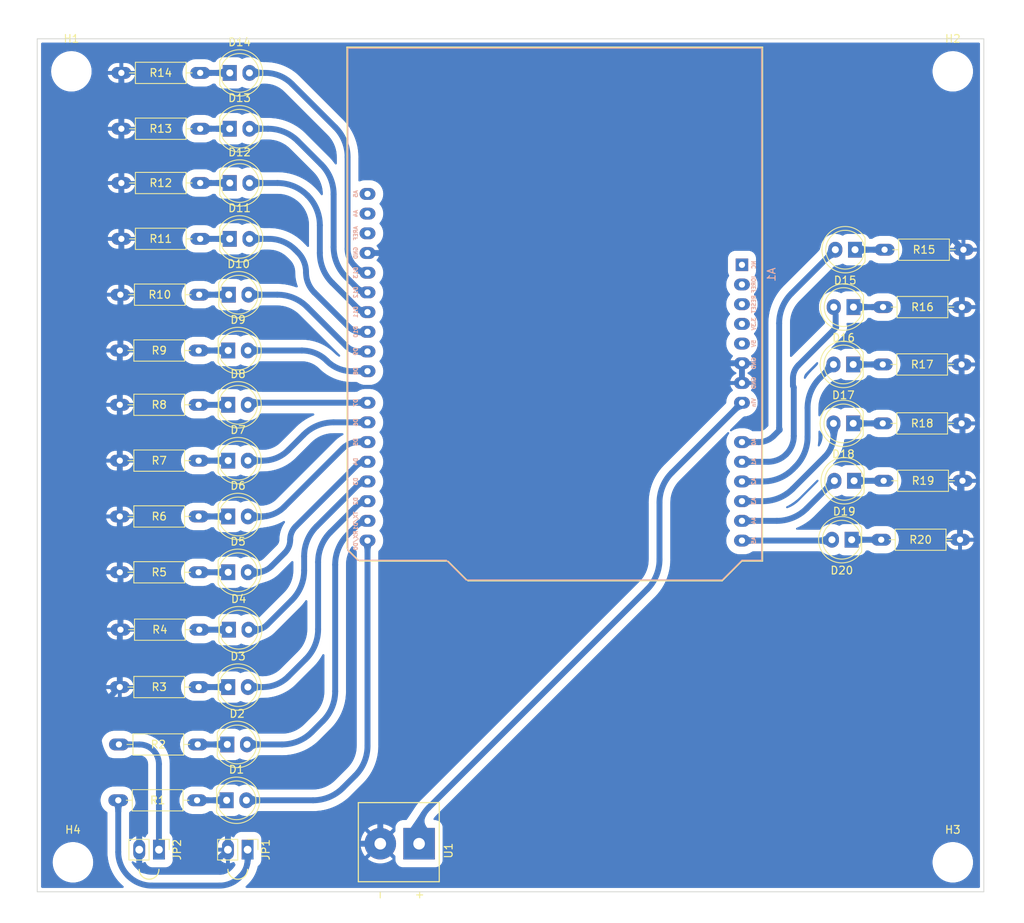
<source format=kicad_pcb>
(kicad_pcb (version 20211014) (generator pcbnew)
  (layers (0 "F.Cu" signal) (31 "B.Cu" signal) (34 "B.Paste" user) (35 "F.Paste" user) (36 "B.SilkS" user "B.Silkscreen") (37 "F.SilkS" user "F.Silkscreen") (38 "B.Mask" user) (39 "F.Mask" user) (44 "Edge.Cuts" user))
  (net 0 "")
  (net 1 "Net-(D1-Pad1)")
  (net 2 "Net-(D2-Pad1)")
  (net 3 "Net-(D3-Pad1)")
  (net 4 "D2")
  (net 5 "Net-(D4-Pad1)")
  (net 6 "D3")
  (net 7 "Net-(D5-Pad1)")
  (net 8 "D4")
  (net 9 "Net-(D6-Pad1)")
  (net 10 "D5")
  (net 11 "Net-(D7-Pad1)")
  (net 12 "D6")
  (net 13 "Net-(D8-Pad1)")
  (net 14 "D7")
  (net 15 "Net-(D9-Pad1)")
  (net 16 "D8")
  (net 17 "Net-(D10-Pad1)")
  (net 18 "D9")
  (net 19 "Net-(D11-Pad1)")
  (net 20 "D10")
  (net 21 "Net-(D12-Pad1)")
  (net 22 "D11")
  (net 23 "Net-(D13-Pad1)")
  (net 24 "D12")
  (net 25 "Net-(D14-Pad1)")
  (net 26 "D13")
  (net 27 "Net-(D15-Pad1)")
  (net 28 "A0")
  (net 29 "Net-(D16-Pad1)")
  (net 30 "A1")
  (net 31 "Net-(D17-Pad1)")
  (net 32 "A2")
  (net 33 "Net-(D18-Pad1)")
  (net 34 "A3")
  (net 35 "A4")
  (net 36 "A5")
  (net 37 "D0")
  (net 38 "D1")
  (net 39 "GND")
  (net 40 "VCC")
  (net 49 "Net-(D19-Pad1)")
  (net 50 "Net-(D20-Pad1)")
  (net 51 "Net-(JP1-Pad1)")
  (net 52 "Net-(JP2-Pad1)")
  (footprint "MountingHole:MountingHole_3.2mm_M3" (layer "F.Cu") (at 164.8 40.2)
    (fp_text reference "H2")
    (fp_text value "MountingHole")
  )
  (footprint "My_Misc:R_Axial_DIN0207_L6.3mm_D2.5mm_P10.16mm_Horizontal_larger_pads" (layer "F.Cu") (at 67.485 127 180)
    (fp_text reference "R2")
    (fp_text value "220R")
  )
  (footprint "My_Misc:R_Axial_DIN0207_L6.3mm_D2.5mm_P10.16mm_Horizontal_larger_pads" (layer "F.Cu") (at 67.6 83.2 180)
    (fp_text reference "R8")
    (fp_text value "220R")
  )
  (footprint "My_Misc:R_Axial_DIN0207_L6.3mm_D2.5mm_P10.16mm_Horizontal_larger_pads" (layer "F.Cu") (at 67.8 47.6 180)
    (fp_text reference "R13")
    (fp_text value "220R")
  )
  (footprint "My_Misc:LED_D5.0mm_large" (layer "F.Cu") (at 71.41 104.8)
    (fp_text reference "D5")
    (fp_text value "LED")
  )
  (footprint "My_Misc:LED_D5.0mm_large" (layer "F.Cu") (at 71.41 119.6)
    (fp_text reference "D3")
    (fp_text value "LED")
  )
  (footprint "My_Misc:R_Axial_DIN0207_L6.3mm_D2.5mm_P10.16mm_Horizontal_larger_pads" (layer "F.Cu") (at 67.6 76.2 180)
    (fp_text reference "R9")
    (fp_text value "220R")
  )
  (footprint "My_Misc:LED_D5.0mm_large" (layer "F.Cu") (at 71.41 90.4)
    (fp_text reference "D7")
    (fp_text value "LED")
  )
  (footprint "My_Misc:R_Axial_DIN0207_L6.3mm_D2.5mm_P10.16mm_Horizontal_larger_pads" (layer "F.Cu") (at 67.8 61.8 180)
    (fp_text reference "R11")
    (fp_text value "220R")
  )
  (footprint "My_Misc:R_Axial_DIN0207_L6.3mm_D2.5mm_P10.16mm_Horizontal_larger_pads" (layer "F.Cu") (at 67.8 54.6 180)
    (fp_text reference "R12")
    (fp_text value "220R")
  )
  (footprint "My_Misc:LED_D5.0mm_large" (layer "F.Cu") (at 71.61 40.4)
    (fp_text reference "D14")
    (fp_text value "LED")
  )
  (footprint "My_Misc:R_Axial_DIN0207_L6.3mm_D2.5mm_P10.16mm_Horizontal_larger_pads" (layer "F.Cu") (at 67.675 69 180)
    (fp_text reference "R10")
    (fp_text value "220R")
  )
  (footprint "My_Misc:R_Axial_DIN0207_L6.3mm_D2.5mm_P10.16mm_Horizontal_larger_pads" (layer "F.Cu") (at 67.6 104.8 180)
    (fp_text reference "R5")
    (fp_text value "220R")
  )
  (footprint "My_Misc:LED_D5.0mm_large" (layer "F.Cu") (at 71.61 61.8)
    (fp_text reference "D11")
    (fp_text value "LED")
  )
  (footprint "My_Misc:R_Axial_DIN0207_L6.3mm_D2.5mm_P10.16mm_Horizontal_larger_pads" (layer "F.Cu") (at 155.575 100.6)
    (fp_text reference "R20")
    (fp_text value "220R")
  )
  (footprint "My_Misc:LED_D5.0mm_large" (layer "F.Cu") (at 71.41 83.2)
    (fp_text reference "D8")
    (fp_text value "LED")
  )
  (footprint "My_Misc:R_Axial_DIN0207_L6.3mm_D2.5mm_P10.16mm_Horizontal_larger_pads" (layer "F.Cu") (at 67.685 112.2 180)
    (fp_text reference "R4")
    (fp_text value "220R")
  )
  (footprint "My_Misc:R_Axial_DIN0207_L6.3mm_D2.5mm_P10.16mm_Horizontal_larger_pads" (layer "F.Cu") (at 155.89 93)
    (fp_text reference "R19")
    (fp_text value "220R")
  )
  (footprint "My_Misc:LED_D5.0mm_large" (layer "F.Cu") (at 71.495 112.2)
    (fp_text reference "D4")
    (fp_text value "LED")
  )
  (footprint "My_Misc:LED_D5.0mm_large" (layer "F.Cu") (at 71.21 134.2)
    (fp_text reference "D1")
    (fp_text value "LED")
  )
  (footprint "My_Misc:R_Axial_DIN0207_L6.3mm_D2.5mm_P10.16mm_Horizontal_larger_pads" (layer "F.Cu") (at 155.775 78)
    (fp_text reference "R17")
    (fp_text value "220R")
  )
  (footprint "My_Misc:R_Axial_DIN0207_L6.3mm_D2.5mm_P10.16mm_Horizontal_larger_pads" (layer "F.Cu") (at 67.6 90.4 180)
    (fp_text reference "R7")
    (fp_text value "220R")
  )
  (footprint "MountingHole:MountingHole_3.2mm_M3" (layer "F.Cu") (at 164.8 142.2)
    (fp_text reference "H3")
    (fp_text value "MountingHole")
  )
  (footprint "MountingHole:MountingHole_3.2mm_M3" (layer "F.Cu") (at 51.2 40.2)
    (fp_text reference "H1")
    (fp_text value "MountingHole")
  )
  (footprint "My_Misc:R_Axial_DIN0207_L6.3mm_D2.5mm_P10.16mm_Horizontal_larger_pads" (layer "F.Cu") (at 67.6 97.6 180)
    (fp_text reference "R6")
    (fp_text value "220R")
  )
  (footprint "My_Misc:R_Axial_DIN0207_L6.3mm_D2.5mm_P10.16mm_Horizontal_larger_pads" (layer "F.Cu") (at 67.6 119.6 180)
    (fp_text reference "R3")
    (fp_text value "220R")
  )
  (footprint "My_Parts:2-pole_power_in_screw_terminal" (layer "F.Cu") (at 96.014 139.8 -90)
    (fp_text reference "U1")
    (fp_text value "Power In")
  )
  (footprint "My_Misc:R_Axial_DIN0207_L6.3mm_D2.5mm_P10.16mm_Horizontal_larger_pads" (layer "F.Cu") (at 155.81 70.6)
    (fp_text reference "R16")
    (fp_text value "220R")
  )
  (footprint "My_Misc:LED_D5.0mm_large" (layer "F.Cu") (at 151.965 78 180)
    (fp_text reference "D17")
    (fp_text value "LED")
  )
  (footprint "My_Misc:LED_D5.0mm_large" (layer "F.Cu") (at 71.295 127)
    (fp_text reference "D2")
    (fp_text value "LED")
  )
  (footprint "My_Parts:Jumper_1x02_P2.54mm_large" (layer "F.Cu") (at 62.485 140.57 -90)
    (fp_text reference "JP2")
    (fp_text value "Rx")
  )
  (footprint "My_Misc:R_Axial_DIN0207_L6.3mm_D2.5mm_P10.16mm_Horizontal_larger_pads" (layer "F.Cu") (at 155.775 85.6)
    (fp_text reference "R18")
    (fp_text value "220R")
  )
  (footprint "My_Misc:LED_D5.0mm_large" (layer "F.Cu") (at 151.965 85.6 180)
    (fp_text reference "D18")
    (fp_text value "LED")
  )
  (footprint "My_Misc:LED_D5.0mm_large" (layer "F.Cu") (at 71.485 69)
    (fp_text reference "D10")
    (fp_text value "LED")
  )
  (footprint "My_Misc:LED_D5.0mm_large" (layer "F.Cu") (at 71.41 76.2)
    (fp_text reference "D9")
    (fp_text value "LED")
  )
  (footprint "MountingHole:MountingHole_3.2mm_M3" (layer "F.Cu") (at 51.4 142.2)
    (fp_text reference "H4")
    (fp_text value "MountingHole")
  )
  (footprint "My_Misc:LED_D5.0mm_large" (layer "F.Cu") (at 152.2 63.2 180)
    (fp_text reference "D15")
    (fp_text value "LED")
  )
  (footprint "My_Misc:LED_D5.0mm_large" (layer "F.Cu") (at 152 70.6 180)
    (fp_text reference "D16")
    (fp_text value "LED")
  )
  (footprint "My_Misc:R_Axial_DIN0207_L6.3mm_D2.5mm_P10.16mm_Horizontal_larger_pads" (layer "F.Cu") (at 156.01 63.2)
    (fp_text reference "R15")
    (fp_text value "220R")
  )
  (footprint "My_Misc:LED_D5.0mm_large" (layer "F.Cu") (at 71.61 47.6)
    (fp_text reference "D13")
    (fp_text value "LED")
  )
  (footprint "My_Misc:LED_D5.0mm_large" (layer "F.Cu") (at 71.41 97.6)
    (fp_text reference "D6")
    (fp_text value "LED")
  )
  (footprint "My_Misc:LED_D5.0mm_large" (layer "F.Cu") (at 71.61 54.6)
    (fp_text reference "D12")
    (fp_text value "LED")
  )
  (footprint "My_Parts:Jumper_1x02_P2.54mm_large" (layer "F.Cu") (at 73.915 140.57 -90)
    (fp_text reference "JP1")
    (fp_text value "Tx")
  )
  (footprint "My_Misc:R_Axial_DIN0207_L6.3mm_D2.5mm_P10.16mm_Horizontal_larger_pads" (layer "F.Cu") (at 67.4 134.2 180)
    (fp_text reference "R1")
    (fp_text value "220R")
  )
  (footprint "My_Misc:R_Axial_DIN0207_L6.3mm_D2.5mm_P10.16mm_Horizontal_larger_pads" (layer "F.Cu") (at 67.8 40.4 180)
    (fp_text reference "R14")
    (fp_text value "220R")
  )
  (footprint "My_Misc:LED_D5.0mm_large" (layer "F.Cu") (at 152.08 93 180)
    (fp_text reference "D19")
    (fp_text value "LED")
  )
  (footprint "My_Misc:LED_D5.0mm_large" (layer "F.Cu") (at 151.765 100.6 180)
    (fp_text reference "D20")
    (fp_text value "LED")
  )
  (footprint "My_Arduino:Arduino_UNO_R3_shield_large" (layer "B.Cu") (at 89.367 56.0073 -90)
    (fp_text reference "A1")
    (fp_text value "Arduino_UNO_R3")
  )
  (gr_line (start 46.8 36) (end 168.8 36) (layer "Edge.Cuts") (width 0.1))
  (gr_line (start 168.8 36) (end 168.8 146) (layer "Edge.Cuts") (width 0.1))
  (gr_line (start 46.8 146) (end 46.8 36) (layer "Edge.Cuts") (width 0.1))
  (gr_line (start 168.8 146) (end 46.8 146) (layer "Edge.Cuts") (width 0.1))
  (segment (start 71.21 134.2) (end 67.4 134.2) (width 0.762) (layer "B.Cu") (net 1))
  (segment (start 71.295 127) (end 67.485 127) (width 0.762) (layer "B.Cu") (net 2))
  (segment (start 71.41 119.6) (end 67.6 119.6) (width 0.762) (layer "B.Cu") (net 3))
  (segment (start 75.875 119.6) (end 73.95 119.6) (width 0.762) (layer "B.Cu") (net 4))
  (segment (start 83 103.480988) (end 83 112.146036) (width 0.762) (layer "B.Cu") (net 4))
  (segment (start 84.593792 99.633232) (end 88.328436 95.898588) (width 0.762) (layer "B.Cu") (net 4))
  (segment (start 79.16118 118.238819) (end 81.406207 115.993792) (width 0.762) (layer "B.Cu") (net 4))
  (segment (start 88.983356 95.627312) (end 89.367 95.627312) (width 0.762) (layer "B.Cu") (net 4))
  (arc (start 83 112.146036) (mid 82.585786 114.228426) (end 81.406207 115.993792) (width 0.762) (layer "B.Cu") (net 4))
  (arc (start 84.593792 99.633232) (mid 83.414213 101.398597) (end 83 103.480988) (width 0.762) (layer "B.Cu") (net 4))
  (arc (start 88.983356 95.627312) (mid 88.628915 95.697814) (end 88.328436 95.898588) (width 0.762) (layer "B.Cu") (net 4))
  (arc (start 79.16118 118.238819) (mid 77.653467 119.24624) (end 75.875 119.6) (width 0.762) (layer "B.Cu") (net 4))
  (segment (start 71.495 112.2) (end 67.685 112.2) (width 0.762) (layer "B.Cu") (net 5))
  (segment (start 82.793792 98.893232) (end 88.328436 93.358588) (width 0.762) (layer "B.Cu") (net 6))
  (segment (start 74.9175 112.2) (end 74.035 112.2) (width 0.762) (layer "B.Cu") (net 6))
  (segment (start 88.983356 93.087312) (end 89.367 93.087312) (width 0.762) (layer "B.Cu") (net 6))
  (segment (start 76.424021 111.575978) (end 79.606207 108.393792) (width 0.762) (layer "B.Cu") (net 6))
  (segment (start 81.2 104.546036) (end 81.2 102.740988) (width 0.762) (layer "B.Cu") (net 6))
  (arc (start 82.793792 98.893232) (mid 81.614213 100.658597) (end 81.2 102.740988) (width 0.762) (layer "B.Cu") (net 6))
  (arc (start 76.424021 111.575978) (mid 75.732823 112.037821) (end 74.9175 112.2) (width 0.762) (layer "B.Cu") (net 6))
  (arc (start 88.983356 93.087312) (mid 88.628915 93.157814) (end 88.328436 93.358588) (width 0.762) (layer "B.Cu") (net 6))
  (arc (start 81.2 104.546036) (mid 80.785786 106.628426) (end 79.606207 108.393792) (width 0.762) (layer "B.Cu") (net 6))
  (segment (start 71.41 104.8) (end 67.6 104.8) (width 0.762) (layer "B.Cu") (net 7))
  (segment (start 88.909844 90.547312) (end 89.367 90.547312) (width 0.762) (layer "B.Cu") (net 8))
  (segment (start 75.075 104.8) (end 73.95 104.8) (width 0.762) (layer "B.Cu") (net 8))
  (segment (start 88.129429 90.87057) (end 80.107106 98.892893) (width 0.762) (layer "B.Cu") (net 8))
  (segment (start 76.995494 104.004504) (end 78.692893 102.307106) (width 0.762) (layer "B.Cu") (net 8))
  (arc (start 76.995494 104.004504) (mid 76.114364 104.593257) (end 75.075 104.8) (width 0.762) (layer "B.Cu") (net 8))
  (arc (start 88.909844 90.547312) (mid 88.487486 90.631324) (end 88.129429 90.87057) (width 0.762) (layer "B.Cu") (net 8))
  (arc (start 80.107106 98.892893) (mid 79.58377 99.67612) (end 79.4 100.6) (width 0.762) (layer "B.Cu") (net 8))
  (arc (start 79.4 100.6) (mid 79.216228 101.523879) (end 78.692893 102.307106) (width 0.762) (layer "B.Cu") (net 8))
  (segment (start 71.41 97.6) (end 67.6 97.6) (width 0.762) (layer "B.Cu") (net 9))
  (segment (start 88.179844 88.007312) (end 89.367 88.007312) (width 0.762) (layer "B.Cu") (net 10))
  (segment (start 78.619759 96.38024) (end 86.153241 88.846758) (width 0.762) (layer "B.Cu") (net 10))
  (segment (start 75.675 97.6) (end 73.95 97.6) (width 0.762) (layer "B.Cu") (net 10))
  (arc (start 88.179844 88.007312) (mid 87.083054 88.225476) (end 86.153241 88.846758) (width 0.762) (layer "B.Cu") (net 10))
  (arc (start 78.619759 96.38024) (mid 77.268692 97.282994) (end 75.675 97.6) (width 0.762) (layer "B.Cu") (net 10))
  (segment (start 71.41 90.4) (end 67.6 90.4) (width 0.762) (layer "B.Cu") (net 11))
  (segment (start 75.875 90.4) (end 73.95 90.4) (width 0.762) (layer "B.Cu") (net 12))
  (segment (start 84.986651 85.467312) (end 89.367 85.467312) (width 0.762) (layer "B.Cu") (net 12))
  (segment (start 79.16118 89.038819) (end 81.138895 87.061104) (width 0.762) (layer "B.Cu") (net 12))
  (arc (start 84.986651 85.467312) (mid 82.90426 85.881525) (end 81.138895 87.061104) (width 0.762) (layer "B.Cu") (net 12))
  (arc (start 79.16118 89.038819) (mid 77.653467 90.04624) (end 75.875 90.4) (width 0.762) (layer "B.Cu") (net 12))
  (segment (start 71.41 83.2) (end 67.6 83.2) (width 0.762) (layer "B.Cu") (net 13))
  (segment (start 74.086344 83.063656) (end 73.95 83.2) (width 0.762) (layer "B.Cu") (net 14))
  (segment (start 74.415507 82.927312) (end 89.367 82.927312) (width 0.762) (layer "B.Cu") (net 14))
  (arc (start 74.415507 82.927312) (mid 74.237365 82.962746) (end 74.086344 83.063656) (width 0.762) (layer "B.Cu") (net 14))
  (segment (start 71.41 76.2) (end 67.6 76.2) (width 0.762) (layer "B.Cu") (net 15))
  (segment (start 80.913925 76.2) (end 73.95 76.2) (width 0.762) (layer "B.Cu") (net 16))
  (segment (start 87.353386 78.867312) (end 89.367 78.867312) (width 0.762) (layer "B.Cu") (net 16))
  (arc (start 84.133656 77.533656) (mid 85.61088 78.520706) (end 87.353386 78.867312) (width 0.762) (layer "B.Cu") (net 16))
  (arc (start 84.133656 77.533656) (mid 82.65643 76.546605) (end 80.913925 76.2) (width 0.762) (layer "B.Cu") (net 16))
  (segment (start 71.485 69) (end 67.675 69) (width 0.762) (layer "B.Cu") (net 17))
  (segment (start 88.347156 76.327312) (end 89.367 76.327312) (width 0.762) (layer "B.Cu") (net 18))
  (segment (start 81.593792 70.593792) (end 86.606173 75.606173) (width 0.762) (layer "B.Cu") (net 18))
  (segment (start 77.746036 69) (end 74.025 69) (width 0.762) (layer "B.Cu") (net 18))
  (arc (start 81.593792 70.593792) (mid 79.828426 69.414213) (end 77.746036 69) (width 0.762) (layer "B.Cu") (net 18))
  (arc (start 86.606173 75.606173) (mid 87.404942 76.139894) (end 88.347156 76.327312) (width 0.762) (layer "B.Cu") (net 18))
  (segment (start 71.61 61.8) (end 67.8 61.8) (width 0.762) (layer "B.Cu") (net 19))
  (segment (start 80.044 63.2) (end 80.36838 63.52438) (width 0.762) (layer "B.Cu") (net 20))
  (segment (start 76.664101 61.8) (end 74.15 61.8) (width 0.762) (layer "B.Cu") (net 20))
  (segment (start 88.478 73.787312) (end 89.367 73.787312) (width 0.762) (layer "B.Cu") (net 20))
  (segment (start 82.519619 68.717931) (end 86.960382 73.158694) (width 0.762) (layer "B.Cu") (net 20))
  (arc (start 81.444 66.121156) (mid 81.723544 67.52652) (end 82.519619 68.717931) (width 0.762) (layer "B.Cu") (net 20))
  (arc (start 86.960382 73.158694) (mid 87.656671 73.623939) (end 88.478 73.787312) (width 0.762) (layer "B.Cu") (net 20))
  (arc (start 80.044 63.2) (mid 78.493289 62.163848) (end 76.664101 61.8) (width 0.762) (layer "B.Cu") (net 20))
  (arc (start 80.36838 63.52438) (mid 81.164455 64.715791) (end 81.444 66.121156) (width 0.762) (layer "B.Cu") (net 20))
  (segment (start 71.61 54.6) (end 67.8 54.6) (width 0.762) (layer "B.Cu") (net 21))
  (segment (start 83.222 60.053963) (end 83.222 63.615635) (width 0.762) (layer "B.Cu") (net 22))
  (segment (start 81.615792 56.193792) (end 81.628207 56.206207) (width 0.762) (layer "B.Cu") (net 22))
  (segment (start 77.768036 54.6) (end 74.15 54.6) (width 0.762) (layer "B.Cu") (net 22))
  (segment (start 88.983356 71.247312) (end 89.367 71.247312) (width 0.762) (layer "B.Cu") (net 22))
  (segment (start 88.328436 70.976035) (end 84.815792 67.463391) (width 0.762) (layer "B.Cu") (net 22))
  (arc (start 88.328436 70.976035) (mid 88.628915 71.176809) (end 88.983356 71.247312) (width 0.762) (layer "B.Cu") (net 22))
  (arc (start 81.615792 56.193792) (mid 79.850426 55.014213) (end 77.768036 54.6) (width 0.762) (layer "B.Cu") (net 22))
  (arc (start 81.628207 56.206207) (mid 82.807786 57.971572) (end 83.222 60.053963) (width 0.762) (layer "B.Cu") (net 22))
  (arc (start 83.222 63.615635) (mid 83.636213 65.698025) (end 84.815792 67.463391) (width 0.762) (layer "B.Cu") (net 22))
  (segment (start 71.61 47.6) (end 67.8 47.6) (width 0.762) (layer "B.Cu") (net 23))
  (segment (start 85 62.853635) (end 85 56.053963) (width 0.762) (layer "B.Cu") (net 24))
  (segment (start 76.546036 47.6) (end 74.15 47.6) (width 0.762) (layer "B.Cu") (net 24))
  (segment (start 86.593792 66.701391) (end 88.328436 68.436035) (width 0.762) (layer "B.Cu") (net 24))
  (segment (start 88.983356 68.707312) (end 89.367 68.707312) (width 0.762) (layer "B.Cu") (net 24))
  (segment (start 80.393792 49.193792) (end 83.406207 52.206207) (width 0.762) (layer "B.Cu") (net 24))
  (arc (start 83.406207 52.206207) (mid 84.585786 53.971572) (end 85 56.053963) (width 0.762) (layer "B.Cu") (net 24))
  (arc (start 80.393792 49.193792) (mid 78.628426 48.014213) (end 76.546036 47.6) (width 0.762) (layer "B.Cu") (net 24))
  (arc (start 88.328436 68.436035) (mid 88.628915 68.636809) (end 88.983356 68.707312) (width 0.762) (layer "B.Cu") (net 24))
  (arc (start 85 62.853635) (mid 85.414213 64.936025) (end 86.593792 66.701391) (width 0.762) (layer "B.Cu") (net 24))
  (segment (start 71.61 40.4) (end 67.8 40.4) (width 0.762) (layer "B.Cu") (net 25))
  (segment (start 76.175 40.4) (end 74.15 40.4) (width 0.762) (layer "B.Cu") (net 26))
  (segment (start 86.8 51.253963) (end 86.8 63.095009) (width 0.762) (layer "B.Cu") (net 26))
  (segment (start 79.631891 41.831891) (end 85.206207 47.406207) (width 0.762) (layer "B.Cu") (net 26))
  (segment (start 88.983356 66.167312) (end 89.367 66.167312) (width 0.762) (layer "B.Cu") (net 26))
  (segment (start 88.328436 65.896035) (end 87.699856 65.267455) (width 0.762) (layer "B.Cu") (net 26))
  (arc (start 86.8 63.095009) (mid 87.033864 64.270728) (end 87.699856 65.267455) (width 0.762) (layer "B.Cu") (net 26))
  (arc (start 88.328436 65.896035) (mid 88.628915 66.096809) (end 88.983356 66.167312) (width 0.762) (layer "B.Cu") (net 26))
  (arc (start 85.206207 47.406207) (mid 86.385786 49.171572) (end 86.8 51.253963) (width 0.762) (layer "B.Cu") (net 26))
  (arc (start 79.631891 41.831891) (mid 78.045855 40.772136) (end 76.175 40.4) (width 0.762) (layer "B.Cu") (net 26))
  (segment (start 152.2 63.2) (end 156.01 63.2) (width 0.762) (layer "B.Cu") (net 27))
  (segment (start 142.422 86.216438) (end 142.422 72.691963) (width 0.762) (layer "B.Cu") (net 28))
  (segment (start 141.725872 87.203656) (end 142.475764 86.453764) (width 0.762) (layer "B.Cu") (net 28))
  (segment (start 139.785674 88.007312) (end 137.627 88.007312) (width 0.762) (layer "B.Cu") (net 28))
  (segment (start 144.015792 68.844207) (end 149.66 63.2) (width 0.762) (layer "B.Cu") (net 28))
  (arc (start 142.422 86.216438) (mid 142.435972 86.286684) (end 142.475764 86.346236) (width 0.762) (layer "B.Cu") (net 28))
  (arc (start 141.725872 87.203656) (mid 140.835701 87.798448) (end 139.785674 88.007312) (width 0.762) (layer "B.Cu") (net 28))
  (arc (start 142.475764 86.346236) (mid 142.498033 86.4) (end 142.475764 86.453764) (width 0.762) (layer "B.Cu") (net 28))
  (arc (start 144.015792 68.844207) (mid 142.836213 70.609572) (end 142.422 72.691963) (width 0.762) (layer "B.Cu") (net 28))
  (segment (start 152 70.6) (end 155.81 70.6) (width 0.762) (layer "B.Cu") (net 29))
  (segment (start 144.2 79.8) (end 144.2 80.723966) (width 0.762) (layer "B.Cu") (net 30))
  (segment (start 149.751499 73.248499) (end 144.907106 78.092893) (width 0.762) (layer "B.Cu") (net 30))
  (segment (start 140.983258 90.547312) (end 137.627 90.547312) (width 0.762) (layer "B.Cu") (net 30))
  (segment (start 149.703 73.03441) (end 149.703 71.6) (width 0.762) (layer "B.Cu") (net 30))
  (segment (start 144.307528 80.983561) (end 144.307528 87.223042) (width 0.762) (layer "B.Cu") (net 30))
  (arc (start 143.333872 89.573656) (mid 142.255401 90.294267) (end 140.983258 90.547312) (width 0.762) (layer "B.Cu") (net 30))
  (arc (start 144.307528 87.223042) (mid 144.054483 88.495185) (end 143.333872 89.573656) (width 0.762) (layer "B.Cu") (net 30))
  (arc (start 149.7515 73.1515) (mid 149.771589 73.199999) (end 149.751499 73.248499) (width 0.762) (layer "B.Cu") (net 30))
  (arc (start 149.703 73.03441) (mid 149.715604 73.097778) (end 149.7515 73.1515) (width 0.762) (layer "B.Cu") (net 30))
  (arc (start 144.907106 78.092893) (mid 144.38377 78.87612) (end 144.2 79.8) (width 0.762) (layer "B.Cu") (net 30))
  (arc (start 144.253764 80.853764) (mid 144.293555 80.913315) (end 144.307528 80.983561) (width 0.762) (layer "B.Cu") (net 30))
  (arc (start 144.2 80.723966) (mid 144.213972 80.794212) (end 144.253764 80.853764) (width 0.762) (layer "B.Cu") (net 30))
  (segment (start 151.965 78) (end 155.775 78) (width 0.762) (layer "B.Cu") (net 31))
  (segment (start 146.085528 87.346036) (end 146.085528 83.593435) (width 0.762) (layer "B.Cu") (net 32))
  (segment (start 147.67932 79.745679) (end 149.425 78) (width 0.762) (layer "B.Cu") (net 32))
  (segment (start 144.491734 91.193792) (end 144.192008 91.493519) (width 0.762) (layer "B.Cu") (net 32))
  (segment (start 140.344252 93.087312) (end 137.627 93.087312) (width 0.762) (layer "B.Cu") (net 32))
  (arc (start 144.192008 91.493519) (mid 142.426642 92.673098) (end 140.344252 93.087312) (width 0.762) (layer "B.Cu") (net 32))
  (arc (start 147.67932 79.745679) (mid 146.499741 81.511044) (end 146.085528 83.593435) (width 0.762) (layer "B.Cu") (net 32))
  (arc (start 146.085528 87.346036) (mid 145.671314 89.428426) (end 144.491734 91.193792) (width 0.762) (layer "B.Cu") (net 32))
  (segment (start 155.775 85.6) (end 151.965 85.6) (width 0.762) (layer "B.Cu") (net 33))
  (segment (start 144.16648 94.033519) (end 148.302467 89.897532) (width 0.762) (layer "B.Cu") (net 34))
  (segment (start 140.318724 95.627312) (end 137.627 95.627312) (width 0.762) (layer "B.Cu") (net 34))
  (segment (start 149.425 87.1875) (end 149.425 85.6) (width 0.762) (layer "B.Cu") (net 34))
  (arc (start 149.425 87.1875) (mid 149.133263 88.654158) (end 148.302467 89.897532) (width 0.762) (layer "B.Cu") (net 34))
  (arc (start 144.16648 94.033519) (mid 142.401114 95.213098) (end 140.318724 95.627312) (width 0.762) (layer "B.Cu") (net 34))
  (segment (start 145.96648 96.573519) (end 149.54 93) (width 0.762) (layer "B.Cu") (net 35))
  (segment (start 142.118724 98.167312) (end 137.627 98.167312) (width 0.762) (layer "B.Cu") (net 35))
  (arc (start 145.96648 96.573519) (mid 144.201114 97.753098) (end 142.118724 98.167312) (width 0.762) (layer "B.Cu") (net 35))
  (segment (start 149.041806 100.707312) (end 137.627 100.707312) (width 0.762) (layer "B.Cu") (net 36))
  (segment (start 149.171344 100.653656) (end 149.225 100.6) (width 0.762) (layer "B.Cu") (net 36))
  (arc (start 149.171344 100.653656) (mid 149.111911 100.693367) (end 149.041806 100.707312) (width 0.762) (layer "B.Cu") (net 36))
  (segment (start 82.346036 134.2) (end 73.75 134.2) (width 0.762) (layer "B.Cu") (net 37))
  (segment (start 87.773206 131.026792) (end 86.193792 132.606207) (width 0.762) (layer "B.Cu") (net 37))
  (segment (start 89.367 127.179036) (end 89.367 100.707312) (width 0.762) (layer "B.Cu") (net 37))
  (arc (start 86.193792 132.606207) (mid 84.428426 133.785786) (end 82.346036 134.2) (width 0.762) (layer "B.Cu") (net 37))
  (arc (start 89.367 127.179036) (mid 88.952786 129.261426) (end 87.773206 131.026792) (width 0.762) (layer "B.Cu") (net 37))
  (segment (start 88.328436 98.438588) (end 86.793792 99.973232) (width 0.762) (layer "B.Cu") (net 38))
  (segment (start 88.983356 98.167312) (end 89.367 98.167312) (width 0.762) (layer "B.Cu") (net 38))
  (segment (start 78.346036 127) (end 73.835 127) (width 0.762) (layer "B.Cu") (net 38))
  (segment (start 83.606206 123.993792) (end 82.193792 125.406207) (width 0.762) (layer "B.Cu") (net 38))
  (segment (start 85.2 103.820988) (end 85.2 120.146036) (width 0.762) (layer "B.Cu") (net 38))
  (arc (start 88.983356 98.167312) (mid 88.628915 98.237814) (end 88.328436 98.438588) (width 0.762) (layer "B.Cu") (net 38))
  (arc (start 85.2 120.146036) (mid 84.785786 122.228426) (end 83.606206 123.993792) (width 0.762) (layer "B.Cu") (net 38))
  (arc (start 86.793792 99.973232) (mid 85.614213 101.738597) (end 85.2 103.820988) (width 0.762) (layer "B.Cu") (net 38))
  (arc (start 82.193792 125.406207) (mid 80.428426 126.585786) (end 78.346036 127) (width 0.762) (layer "B.Cu") (net 38))
  (segment (start 57.525 104.945104) (end 57.525 112.139895) (width 0.762) (layer "B.Cu") (net 39))
  (segment (start 71.375 140.57) (end 70.0415 141.9035) (width 0.762) (layer "B.Cu") (net 39))
  (segment (start 57.44 76.253033) (end 57.44 83.2) (width 0.762) (layer "B.Cu") (net 39))
  (segment (start 85.755634 139.8) (end 91.014 139.8) (width 0.762) (layer "B.Cu") (net 39))
  (segment (start 164.350118 61.380118) (end 166.07 63.1) (width 0.762) (layer "B.Cu") (net 39))
  (segment (start 57.44 90.4) (end 57.44 83.2) (width 0.762) (layer "B.Cu") (net 39))
  (segment (start 98.554624 63.627312) (end 89.367 63.627312) (width 0.762) (layer "B.Cu") (net 39))
  (segment (start 120.447312 99.498724) (end 120.447312 79.147312) (width 0.762) (layer "B.Cu") (net 39))
  (segment (start 165.935 78) (end 165.935 70.659748) (width 0.762) (layer "B.Cu") (net 39))
  (segment (start 54.658 125.640323) (end 54.658 124.349171) (width 0.762) (layer "B.Cu") (net 39))
  (segment (start 59.945 135.43525) (end 59.945 140.57) (width 0.762) (layer "B.Cu") (net 39))
  (segment (start 119.147312 77.847312) (end 121.747312 77.847312) (width 0.762) (layer "B.Cu") (net 39))
  (segment (start 57.44 97.6) (end 57.44 104.739895) (width 0.762) (layer "B.Cu") (net 39))
  (segment (start 166.05 92.777261) (end 166.05 85.796317) (width 0.762) (layer "B.Cu") (net 39))
  (segment (start 80.444365 137.6) (end 72.542661 137.6) (width 0.762) (layer "B.Cu") (net 39))
  (segment (start 160.502362 59.786326) (end 106.322261 59.786326) (width 0.762) (layer "B.Cu") (net 39))
  (segment (start 57.44 97.6) (end 57.44 90.4) (width 0.762) (layer "B.Cu") (net 39))
  (segment (start 91.014 133.439963) (end 91.014 139.8) (width 0.762) (layer "B.Cu") (net 39))
  (segment (start 58.351207 131.587494) (end 56.251792 129.488079) (width 0.762) (layer "B.Cu") (net 39))
  (segment (start 56.049 120.991) (end 57.44 119.6) (width 0.762) (layer "B.Cu") (net 39))
  (segment (start 121.747312 77.847312) (end 137.627 77.847312) (width 0.762) (layer "B.Cu") (net 39))
  (segment (start 57.44 112.345104) (end 57.44 119.6) (width 0.762) (layer "B.Cu") (net 39))
  (segment (start 59.945 142.586592) (end 59.945 140.57) (width 0.762) (layer "B.Cu") (net 39))
  (segment (start 165.97 70.575251) (end 165.97 63.541421) (width 0.762) (layer "B.Cu") (net 39))
  (segment (start 101.9 63.627312) (end 103.553375 63.627312) (width 0.762) (layer "B.Cu") (net 39))
  (segment (start 57.64 47.6) (end 57.64 40.4) (width 0.762) (layer "B.Cu") (net 39))
  (segment (start 57.64 61.8) (end 57.64 54.6) (width 0.762) (layer "B.Cu") (net 39))
  (segment (start 101.9 63.627312) (end 98.554624 63.627312) (width 0.762) (layer "B.Cu") (net 39))
  (segment (start 165.935 78) (end 165.935 85.518682) (width 0.762) (layer "B.Cu") (net 39))
  (segment (start 57.64 68.786611) (end 57.64 61.8) (width 0.762) (layer "B.Cu") (net 39))
  (segment (start 71.375 140.57) (end 71.375 138.767661) (width 0.762) (layer "B.Cu") (net 39))
  (segment (start 118.853519 103.34648) (end 92.607792 129.592207) (width 0.762) (layer "B.Cu") (net 39))
  (segment (start 165.735 93.537738) (end 165.735 100.6) (width 0.762) (layer "B.Cu") (net 39))
  (segment (start 60.595407 143.237) (end 66.822146 143.237) (width 0.762) (layer "B.Cu") (net 39))
  (segment (start 101.372763 62.48186) (end 102.474505 61.380118) (width 0.762) (layer "B.Cu") (net 39))
  (segment (start 103.613656 63.613656) (end 116.928073 76.928073) (width 0.762) (layer "B.Cu") (net 39))
  (segment (start 137.627 77.847312) (end 137.627 80.387312) (width 0.762) (layer "B.Cu") (net 39))
  (segment (start 57.64 47.6) (end 57.64 54.6) (width 0.762) (layer "B.Cu") (net 39))
  (segment (start 57.515 69.088388) (end 57.515 76.071966) (width 0.762) (layer "B.Cu") (net 39))
  (arc (start 71.717 137.942) (mid 71.463882 138.320816) (end 71.375 138.767661) (width 0.762) (layer "B.Cu") (net 39))
  (arc (start 54.658 125.640323) (mid 55.072213 127.722713) (end 56.251792 129.488079) (width 0.762) (layer "B.Cu") (net 39))
  (arc (start 57.525 112.139895) (mid 57.513954 112.195424) (end 57.4825 112.2425) (width 0.762) (layer "B.Cu") (net 39))
  (arc (start 70.0415 141.9035) (mid 68.564447 142.890434) (end 66.822146 143.237) (width 0.762) (layer "B.Cu") (net 39))
  (arc (start 57.4825 104.8425) (mid 57.513954 104.889575) (end 57.525 104.945104) (width 0.762) (layer "B.Cu") (net 39))
  (arc (start 165.9925 85.6575) (mid 166.035056 85.721189) (end 166.05 85.796317) (width 0.762) (layer "B.Cu") (net 39))
  (arc (start 57.5775 68.9375) (mid 57.531243 69.006728) (end 57.515 69.088388) (width 0.762) (layer "B.Cu") (net 39))
  (arc (start 57.515 76.071966) (mid 57.505254 76.120962) (end 57.4775 76.1625) (width 0.762) (layer "B.Cu") (net 39))
  (arc (start 166.07 63.3) (mid 165.995989 63.410764) (end 165.97 63.541421) (width 0.762) (layer "B.Cu") (net 39))
  (arc (start 57.4825 112.2425) (mid 57.451045 112.289575) (end 57.44 112.345104) (width 0.762) (layer "B.Cu") (net 39))
  (arc (start 166.05 92.777261) (mid 166.009067 92.983044) (end 165.8925 93.1575) (width 0.762) (layer "B.Cu") (net 39))
  (arc (start 101.372763 62.48186) (mid 101.246395 63.213098) (end 101.9 63.627312) (width 0.762) (layer "B.Cu") (net 39))
  (arc (start 103.613656 63.613656) (mid 103.6 63.607999) (end 103.586344 63.613656) (width 0.762) (layer "B.Cu") (net 39))
  (arc (start 57.4775 76.1625) (mid 57.449745 76.204036) (end 57.44 76.253033) (width 0.762) (layer "B.Cu") (net 39))
  (arc (start 72.542661 137.6) (mid 72.095816 137.688882) (end 71.717 137.942) (width 0.762) (layer "B.Cu") (net 39))
  (arc (start 165.935 85.518682) (mid 165.949943 85.593809) (end 165.9925 85.6575) (width 0.762) (layer "B.Cu") (net 39))
  (arc (start 165.97 70.575251) (mid 165.965451 70.598116) (end 165.9525 70.6175) (width 0.762) (layer "B.Cu") (net 39))
  (arc (start 60.1355 143.0465) (mid 60.346507 143.18749) (end 60.595407 143.237) (width 0.762) (layer "B.Cu") (net 39))
  (arc (start 164.350118 61.380118) (mid 162.584752 60.200539) (end 160.502362 59.786326) (width 0.762) (layer "B.Cu") (net 39))
  (arc (start 120.447312 99.498724) (mid 120.033098 101.581114) (end 118.853519 103.34648) (width 0.762) (layer "B.Cu") (net 39))
  (arc (start 165.8925 93.1575) (mid 165.775932 93.331954) (end 165.735 93.537738) (width 0.762) (layer "B.Cu") (net 39))
  (arc (start 165.9525 70.6175) (mid 165.939548 70.636883) (end 165.935 70.659748) (width 0.762) (layer "B.Cu") (net 39))
  (arc (start 83.1 138.7) (mid 84.318415 139.514119) (end 85.755634 139.8) (width 0.762) (layer "B.Cu") (net 39))
  (arc (start 57.44 104.739895) (mid 57.451045 104.795424) (end 57.4825 104.8425) (width 0.762) (layer "B.Cu") (net 39))
  (arc (start 56.049 120.991) (mid 55.019509 122.531741) (end 54.658 124.349171) (width 0.762) (layer "B.Cu") (net 39))
  (arc (start 121.747312 77.847312) (mid 120.828073 78.228073) (end 120.447312 79.147312) (width 0.762) (layer "B.Cu") (net 39))
  (arc (start 120.447312 79.147312) (mid 120.06655 78.228073) (end 119.147312 77.847312) (width 0.762) (layer "B.Cu") (net 39))
  (arc (start 83.1 138.7) (mid 81.881584 137.88588) (end 80.444365 137.6) (width 0.762) (layer "B.Cu") (net 39))
  (arc (start 59.945 142.586592) (mid 59.994509 142.835492) (end 60.1355 143.0465) (width 0.762) (layer "B.Cu") (net 39))
  (arc (start 98.554624 63.627312) (mid 100.090287 63.329618) (end 101.372763 62.48186) (width 0.762) (layer "B.Cu") (net 39))
  (arc (start 103.586344 63.613656) (mid 103.571217 63.623762) (end 103.553375 63.627312) (width 0.762) (layer "B.Cu") (net 39))
  (arc (start 58.351207 131.587494) (mid 59.530786 133.352859) (end 59.945 135.43525) (width 0.762) (layer "B.Cu") (net 39))
  (arc (start 166.07 63.1) (mid 166.111421 63.2) (end 166.07 63.3) (width 0.762) (layer "B.Cu") (net 39))
  (arc (start 106.322261 59.786326) (mid 104.23987 60.200539) (end 102.474505 61.380118) (width 0.762) (layer "B.Cu") (net 39))
  (arc (start 116.928073 76.928073) (mid 117.946268 77.608409) (end 119.147312 77.847312) (width 0.762) (layer "B.Cu") (net 39))
  (arc (start 57.64 68.786611) (mid 57.623756 68.868271) (end 57.5775 68.9375) (width 0.762) (layer "B.Cu") (net 39))
  (arc (start 92.607792 129.592207) (mid 91.428213 131.357572) (end 91.014 133.439963) (width 0.762) (layer "B.Cu") (net 39))
  (segment (start 127 95.808275) (end 127 103.146036) (width 0.762) (layer "B.Cu") (net 40))
  (segment (start 96.014 138.093) (end 96.014 139.8) (width 0.762) (layer "B.Cu") (net 40))
  (segment (start 128.593792 91.960519) (end 137.627 82.927312) (width 0.762) (layer "B.Cu") (net 40))
  (segment (start 125.406207 106.993792) (end 97.221031 135.178968) (width 0.762) (layer "B.Cu") (net 40))
  (arc (start 128.593792 91.960519) (mid 127.414213 93.725884) (end 127 95.808275) (width 0.762) (layer "B.Cu") (net 40))
  (arc (start 97.221031 135.178968) (mid 96.327697 136.515937) (end 96.014 138.093) (width 0.762) (layer "B.Cu") (net 40))
  (arc (start 127 103.146036) (mid 126.585786 105.228426) (end 125.406207 106.993792) (width 0.762) (layer "B.Cu") (net 40))
  (segment (start 152.08 93) (end 155.89 93) (width 0.762) (layer "B.Cu") (net 49))
  (segment (start 151.765 100.6) (end 155.575 100.6) (width 0.762) (layer "B.Cu") (net 50))
  (segment (start 73.915 141.8275) (end 73.915 140.57) (width 0.762) (layer "B.Cu") (net 51))
  (segment (start 72.857499 144.142499) (end 73.025813 143.974186) (width 0.762) (layer "B.Cu") (net 51))
  (segment (start 70.304469 145.2) (end 61.566709 145.2) (width 0.762) (layer "B.Cu") (net 51))
  (segment (start 57.24 140.87329) (end 57.24 134.2) (width 0.762) (layer "B.Cu") (net 51))
  (arc (start 58.507264 143.932736) (mid 59.910949 144.870648) (end 61.566709 145.2) (width 0.762) (layer "B.Cu") (net 51))
  (arc (start 73.915 141.8275) (mid 73.683907 142.989278) (end 73.025813 143.974186) (width 0.762) (layer "B.Cu") (net 51))
  (arc (start 57.24 140.87329) (mid 57.569351 142.52905) (end 58.507264 143.932736) (width 0.762) (layer "B.Cu") (net 51))
  (arc (start 72.857499 144.142499) (mid 71.686159 144.925164) (end 70.304469 145.2) (width 0.762) (layer "B.Cu") (net 51))
  (segment (start 62.485 129.535053) (end 62.485 140.57) (width 0.762) (layer "B.Cu") (net 52))
  (segment (start 59.949946 127) (end 57.325 127) (width 0.762) (layer "B.Cu") (net 52))
  (arc (start 61.7425 127.7425) (mid 60.920069 127.192969) (end 59.949946 127) (width 0.762) (layer "B.Cu") (net 52))
  (arc (start 61.7425 127.7425) (mid 62.29203 128.56493) (end 62.485 129.535053) (width 0.762) (layer "B.Cu") (net 52))
  (zone (net 35) (net_name "A4") (layer "B.Cu") (priority 16962) (connect_pads yes (clearance 0)) (min_thickness 0.0254) (fill yes (thermal_gap 0.508) (thermal_bridge_width 0.508))
    (polygon (pts (xy 139.149 97.786312) (xy 138.978387 97.783559) (xy 138.831876 97.775171) (xy 138.704729 97.76095) (xy 138.592212 97.740699) (xy 138.489589 97.71422) (xy 138.392125 97.681317) (xy 138.295084 97.641791) (xy 138.193731 97.595447) (xy 138.083331 97.542086) (xy 137.959148 97.481512) (xy 137.246 98.167312) (xy 137.959148 98.853112) (xy 138.083331 98.792537) (xy 138.193731 98.739176) (xy 138.295084 98.692832) (xy 138.392125 98.653306) (xy 138.489589 98.620403) (xy 138.592212 98.593924) (xy 138.704729 98.573673) (xy 138.831876 98.559452) (xy 138.978387 98.551064) (xy 139.149 98.548312)))
  )
  (zone (net 15) (net_name "Net-(D9-Pad1)") (layer "B.Cu") (priority 16962) (connect_pads yes (clearance 0)) (min_thickness 0.0254) (fill yes (thermal_gap 0.508) (thermal_bridge_width 0.508))
    (polygon (pts (xy 69.62 76.581) (xy 69.822091 76.5859) (xy 69.993867 76.60033) (xy 70.141501 76.623883) (xy 70.27117 76.656151) (xy 70.389047 76.696728) (xy 70.501309 76.745207) (xy 70.61413 76.80118) (xy 70.733685 76.864242) (xy 70.86615 76.933984) (xy 71.0177 77.01) (xy 71.86 76.2) (xy 71.0177 75.39) (xy 70.86615 75.466015) (xy 70.733685 75.535757) (xy 70.61413 75.598819) (xy 70.501309 75.654792) (xy 70.389047 75.703271) (xy 70.27117 75.743848) (xy 70.141501 75.776116) (xy 69.993867 75.799669) (xy 69.822091 75.814099) (xy 69.62 75.819)))
  )
  (zone (net 20) (net_name "D10") (layer "B.Cu") (priority 16962) (connect_pads yes (clearance 0)) (min_thickness 0.0254) (fill yes (thermal_gap 0.508) (thermal_bridge_width 0.508))
    (polygon (pts (xy 87.599461 74.010699) (xy 87.796792 74.080242) (xy 87.968108 74.134202) (xy 88.118681 74.17648) (xy 88.253785 74.210978) (xy 88.378693 74.241599) (xy 88.498678 74.272245) (xy 88.619013 74.306817) (xy 88.744971 74.349217) (xy 88.881826 74.403348) (xy 89.034852 74.473112) (xy 89.748 73.787312) (xy 89.034852 73.101512) (xy 88.913295 73.162806) (xy 88.80249 73.221006) (xy 88.698781 73.273787) (xy 88.59851 73.318825) (xy 88.498023 73.353793) (xy 88.393661 73.376367) (xy 88.28177 73.384223) (xy 88.158693 73.375034) (xy 88.020773 73.346476) (xy 87.864355 73.296225)))
  )
  (zone (net 38) (net_name "D1") (layer "B.Cu") (priority 16962) (connect_pads yes (clearance 0)) (min_thickness 0.0254) (fill yes (thermal_gap 0.508) (thermal_bridge_width 0.508))
    (polygon (pts (xy 75.625 126.619) (xy 75.422908 126.614099) (xy 75.251132 126.599669) (xy 75.103498 126.576116) (xy 74.973829 126.543848) (xy 74.855952 126.503271) (xy 74.74369 126.454792) (xy 74.630869 126.398819) (xy 74.511314 126.335757) (xy 74.378849 126.266015) (xy 74.2273 126.19) (xy 73.385 127) (xy 74.2273 127.81) (xy 74.378849 127.733984) (xy 74.511314 127.664242) (xy 74.630869 127.60118) (xy 74.74369 127.545207) (xy 74.855952 127.496728) (xy 74.973829 127.456151) (xy 75.103498 127.423883) (xy 75.251132 127.40033) (xy 75.422908 127.3859) (xy 75.625 127.381)))
  )
  (zone (net 27) (net_name "Net-(D15-Pad1)") (layer "B.Cu") (priority 16962) (connect_pads yes (clearance 0)) (min_thickness 0.0254) (fill yes (thermal_gap 0.508) (thermal_bridge_width 0.508))
    (polygon (pts (xy 154.488 63.581) (xy 154.658612 63.583752) (xy 154.805123 63.59214) (xy 154.93227 63.606361) (xy 155.044787 63.626612) (xy 155.14741 63.653091) (xy 155.244874 63.685994) (xy 155.341915 63.72552) (xy 155.443268 63.771864) (xy 155.553668 63.825225) (xy 155.677852 63.8858) (xy 156.391 63.2) (xy 155.677852 62.5142) (xy 155.553668 62.574774) (xy 155.443268 62.628135) (xy 155.341915 62.674479) (xy 155.244874 62.714005) (xy 155.14741 62.746908) (xy 155.044787 62.773387) (xy 154.93227 62.793638) (xy 154.805123 62.807859) (xy 154.658612 62.816247) (xy 154.488 62.819)))
  )
  (zone (net 6) (net_name "D3") (layer "B.Cu") (priority 16962) (connect_pads yes (clearance 0)) (min_thickness 0.0254) (fill yes (thermal_gap 0.508) (thermal_bridge_width 0.508))
    (polygon (pts (xy 75.649722 111.65839) (xy 75.489473 111.720719) (xy 75.348186 111.752688) (xy 75.221884 111.758236) (xy 75.106595 111.741303) (xy 74.998343 111.705826) (xy 74.893153 111.655747) (xy 74.787052 111.595004) (xy 74.676064 111.527536) (xy 74.556216 111.457284) (xy 74.423532 111.388186) (xy 73.585005 112.202091) (xy 74.43106 113.008168) (xy 74.604424 112.925289) (xy 74.75639 112.856562) (xy 74.893349 112.798105) (xy 75.02169 112.746037) (xy 75.147804 112.696477) (xy 75.278081 112.645543) (xy 75.418911 112.589354) (xy 75.576686 112.524029) (xy 75.757794 112.445687) (xy 75.968628 112.350446)))
  )
  (zone (net 10) (net_name "D5") (layer "B.Cu") (priority 16962) (connect_pads yes (clearance 0)) (min_thickness 0.0254) (fill yes (thermal_gap 0.508) (thermal_bridge_width 0.508))
    (polygon (pts (xy 76.486311 97.130995) (xy 76.190446 97.188568) (xy 75.933727 97.222458) (xy 75.708264 97.233906) (xy 75.506166 97.224155) (xy 75.319539 97.194446) (xy 75.140494 97.146021) (xy 74.961139 97.080122) (xy 74.773583 96.99799) (xy 74.569933 96.900869) (xy 74.3423 96.79) (xy 73.5 97.6) (xy 74.3423 98.41) (xy 74.589764 98.298196) (xy 74.809536 98.214915) (xy 75.010608 98.154321) (xy 75.20197 98.110578) (xy 75.392613 98.077854) (xy 75.591527 98.050311) (xy 75.807703 98.022116) (xy 76.050131 97.987434) (xy 76.327803 97.94043) (xy 76.649709 97.875269)))
  )
  (zone (net 52) (net_name "Net-(JP2-Pad1)") (layer "B.Cu") (priority 16962) (connect_pads yes (clearance 0)) (min_thickness 0.0254) (fill yes (thermal_gap 0.508) (thermal_bridge_width 0.508))
    (polygon (pts (xy 62.104 139.048) (xy 62.101247 139.218612) (xy 62.092859 139.365123) (xy 62.078638 139.49227) (xy 62.058387 139.604787) (xy 62.031908 139.70741) (xy 61.999005 139.804874) (xy 61.959479 139.901915) (xy 61.913135 140.003268) (xy 61.859774 140.113668) (xy 61.7992 140.237852) (xy 62.485 140.951) (xy 63.1708 140.237852) (xy 63.110225 140.113668) (xy 63.056864 140.003268) (xy 63.01052 139.901915) (xy 62.970994 139.804874) (xy 62.938091 139.70741) (xy 62.911612 139.604787) (xy 62.891361 139.49227) (xy 62.87714 139.365123) (xy 62.868752 139.218612) (xy 62.866 139.048)))
  )
  (zone (net 37) (net_name "D0") (layer "B.Cu") (priority 16962) (connect_pads yes (clearance 0)) (min_thickness 0.0254) (fill yes (thermal_gap 0.508) (thermal_bridge_width 0.508))
    (polygon (pts (xy 75.54 133.819) (xy 75.337908 133.814099) (xy 75.166132 133.799669) (xy 75.018498 133.776116) (xy 74.888829 133.743848) (xy 74.770952 133.703271) (xy 74.65869 133.654792) (xy 74.545869 133.598819) (xy 74.426314 133.535757) (xy 74.293849 133.466015) (xy 74.1423 133.39) (xy 73.3 134.2) (xy 74.1423 135.01) (xy 74.293849 134.933984) (xy 74.426314 134.864242) (xy 74.545869 134.80118) (xy 74.65869 134.745207) (xy 74.770952 134.696728) (xy 74.888829 134.656151) (xy 75.018498 134.623883) (xy 75.166132 134.60033) (xy 75.337908 134.5859) (xy 75.54 134.581)))
  )
  (zone (net 5) (net_name "Net-(D4-Pad1)") (layer "B.Cu") (priority 16962) (connect_pads yes (clearance 0)) (min_thickness 0.0254) (fill yes (thermal_gap 0.508) (thermal_bridge_width 0.508))
    (polygon (pts (xy 69.207 111.819) (xy 69.036387 111.816247) (xy 68.889876 111.807859) (xy 68.762729 111.793638) (xy 68.650212 111.773387) (xy 68.547589 111.746908) (xy 68.450125 111.714005) (xy 68.353084 111.674479) (xy 68.251731 111.628135) (xy 68.141331 111.574774) (xy 68.017148 111.5142) (xy 67.304 112.2) (xy 68.017148 112.8858) (xy 68.141331 112.825225) (xy 68.251731 112.771864) (xy 68.353084 112.72552) (xy 68.450125 112.685994) (xy 68.547589 112.653091) (xy 68.650212 112.626612) (xy 68.762729 112.606361) (xy 68.889876 112.59214) (xy 69.036387 112.583752) (xy 69.207 112.581)))
  )
  (zone (net 49) (net_name "Net-(D19-Pad1)") (layer "B.Cu") (priority 16962) (connect_pads yes (clearance 0)) (min_thickness 0.0254) (fill yes (thermal_gap 0.508) (thermal_bridge_width 0.508))
    (polygon (pts (xy 154.368 93.381) (xy 154.538612 93.383752) (xy 154.685123 93.39214) (xy 154.81227 93.406361) (xy 154.924787 93.426612) (xy 155.02741 93.453091) (xy 155.124874 93.485994) (xy 155.221915 93.52552) (xy 155.323268 93.571864) (xy 155.433668 93.625225) (xy 155.557852 93.6858) (xy 156.271 93) (xy 155.557852 92.3142) (xy 155.433668 92.374774) (xy 155.323268 92.428135) (xy 155.221915 92.474479) (xy 155.124874 92.514005) (xy 155.02741 92.546908) (xy 154.924787 92.573387) (xy 154.81227 92.593638) (xy 154.685123 92.607859) (xy 154.538612 92.616247) (xy 154.368 92.619)))
  )
  (zone (net 11) (net_name "Net-(D7-Pad1)") (layer "B.Cu") (priority 16962) (connect_pads yes (clearance 0)) (min_thickness 0.0254) (fill yes (thermal_gap 0.508) (thermal_bridge_width 0.508))
    (polygon (pts (xy 69.62 90.781) (xy 69.822091 90.7859) (xy 69.993867 90.80033) (xy 70.141501 90.823883) (xy 70.27117 90.856151) (xy 70.389047 90.896728) (xy 70.501309 90.945207) (xy 70.61413 91.00118) (xy 70.733685 91.064242) (xy 70.86615 91.133984) (xy 71.0177 91.21) (xy 71.86 90.4) (xy 71.0177 89.59) (xy 70.86615 89.666015) (xy 70.733685 89.735757) (xy 70.61413 89.798819) (xy 70.501309 89.854792) (xy 70.389047 89.903271) (xy 70.27117 89.943848) (xy 70.141501 89.976116) (xy 69.993867 89.999669) (xy 69.822091 90.014099) (xy 69.62 90.019)))
  )
  (zone (net 16) (net_name "D8") (layer "B.Cu") (priority 16962) (connect_pads yes (clearance 0)) (min_thickness 0.0254) (fill yes (thermal_gap 0.508) (thermal_bridge_width 0.508))
    (polygon (pts (xy 75.74 75.819) (xy 75.537908 75.814099) (xy 75.366132 75.799669) (xy 75.218498 75.776116) (xy 75.088829 75.743848) (xy 74.970952 75.703271) (xy 74.85869 75.654792) (xy 74.745869 75.598819) (xy 74.626314 75.535757) (xy 74.493849 75.466015) (xy 74.3423 75.39) (xy 73.5 76.2) (xy 74.3423 77.01) (xy 74.493849 76.933984) (xy 74.626314 76.864242) (xy 74.745869 76.80118) (xy 74.85869 76.745207) (xy 74.970952 76.696728) (xy 75.088829 76.656151) (xy 75.218498 76.623883) (xy 75.366132 76.60033) (xy 75.537908 76.5859) (xy 75.74 76.581)))
  )
  (zone (net 22) (net_name "D11") (layer "B.Cu") (priority 16962) (connect_pads yes (clearance 0)) (min_thickness 0.0254) (fill yes (thermal_gap 0.508) (thermal_bridge_width 0.508))
    (polygon (pts (xy 75.94 54.219) (xy 75.737908 54.214099) (xy 75.566132 54.199669) (xy 75.418498 54.176116) (xy 75.288829 54.143848) (xy 75.170952 54.103271) (xy 75.05869 54.054792) (xy 74.945869 53.998819) (xy 74.826314 53.935757) (xy 74.693849 53.866015) (xy 74.5423 53.79) (xy 73.7 54.6) (xy 74.5423 55.41) (xy 74.693849 55.333984) (xy 74.826314 55.264242) (xy 74.945869 55.20118) (xy 75.05869 55.145207) (xy 75.170952 55.096728) (xy 75.288829 55.056151) (xy 75.418498 55.023883) (xy 75.566132 55.00033) (xy 75.737908 54.9859) (xy 75.94 54.981)))
  )
  (zone (net 11) (net_name "Net-(D7-Pad1)") (layer "B.Cu") (priority 16962) (connect_pads yes (clearance 0)) (min_thickness 0.0254) (fill yes (thermal_gap 0.508) (thermal_bridge_width 0.508))
    (polygon (pts (xy 69.122 90.019) (xy 68.951387 90.016247) (xy 68.804876 90.007859) (xy 68.677729 89.993638) (xy 68.565212 89.973387) (xy 68.462589 89.946908) (xy 68.365125 89.914005) (xy 68.268084 89.874479) (xy 68.166731 89.828135) (xy 68.056331 89.774774) (xy 67.932148 89.7142) (xy 67.219 90.4) (xy 67.932148 91.0858) (xy 68.056331 91.025225) (xy 68.166731 90.971864) (xy 68.268084 90.92552) (xy 68.365125 90.885994) (xy 68.462589 90.853091) (xy 68.565212 90.826612) (xy 68.677729 90.806361) (xy 68.804876 90.79214) (xy 68.951387 90.783752) (xy 69.122 90.781)))
  )
  (zone (net 40) (net_name "VCC") (layer "B.Cu") (priority 16962) (connect_pads yes (clearance 0)) (min_thickness 0.0254) (fill yes (thermal_gap 0.508) (thermal_bridge_width 0.508))
    (polygon (pts (xy 96.358392 135.642431) (xy 96.08162 136.066003) (xy 95.845376 136.422012) (xy 95.640451 136.725928) (xy 95.457636 136.993215) (xy 95.287724 137.239343) (xy 95.121506 137.479779) (xy 94.949773 137.729989) (xy 94.763316 138.005442) (xy 94.552927 138.321605) (xy 94.309398 138.693946) (xy 95.972643 140.815157) (xy 97.877338 138.989449) (xy 97.7001 138.642912) (xy 97.500255 138.335107) (xy 97.293721 138.055953) (xy 97.096413 137.795367) (xy 96.924247 137.543267) (xy 96.79314 137.289572) (xy 96.719007 137.0242) (xy 96.717764 136.737069) (xy 96.805328 136.418096) (xy 96.997616 136.057201)))
  )
  (zone (net 35) (net_name "A4") (layer "B.Cu") (priority 16962) (connect_pads yes (clearance 0)) (min_thickness 0.0254) (fill yes (thermal_gap 0.508) (thermal_bridge_width 0.508))
    (polygon (pts (xy 148.543687 94.535127) (xy 148.690052 94.395691) (xy 148.821719 94.284432) (xy 148.942766 94.196693) (xy 149.057273 94.127821) (xy 149.169317 94.073161) (xy 149.282977 94.02806) (xy 149.402333 93.987863) (xy 149.531462 93.947916) (xy 149.674444 93.903565) (xy 149.835357 93.850155) (xy 149.858198 92.681803) (xy 148.689846 92.704642) (xy 148.636435 92.865554) (xy 148.592084 93.008536) (xy 148.552136 93.137665) (xy 148.511939 93.257021) (xy 148.466838 93.370681) (xy 148.412178 93.482725) (xy 148.343306 93.597232) (xy 148.255567 93.718279) (xy 148.144307 93.849946) (xy 148.004872 93.996312)))
  )
  (zone (net 17) (net_name "Net-(D10-Pad1)") (layer "B.Cu") (priority 16962) (connect_pads yes (clearance 0)) (min_thickness 0.0254) (fill yes (thermal_gap 0.508) (thermal_bridge_width 0.508))
    (polygon (pts (xy 69.197 68.619) (xy 69.026387 68.616247) (xy 68.879876 68.607859) (xy 68.752729 68.593638) (xy 68.640212 68.573387) (xy 68.537589 68.546908) (xy 68.440125 68.514005) (xy 68.343084 68.474479) (xy 68.241731 68.428135) (xy 68.131331 68.374774) (xy 68.007148 68.3142) (xy 67.294 69) (xy 68.007148 69.6858) (xy 68.131331 69.625225) (xy 68.241731 69.571864) (xy 68.343084 69.52552) (xy 68.440125 69.485994) (xy 68.537589 69.453091) (xy 68.640212 69.426612) (xy 68.752729 69.406361) (xy 68.879876 69.39214) (xy 69.026387 69.383752) (xy 69.197 69.381)))
  )
  (zone (net 18) (net_name "D9") (layer "B.Cu") (priority 16962) (connect_pads yes (clearance 0)) (min_thickness 0.0254) (fill yes (thermal_gap 0.508) (thermal_bridge_width 0.508))
    (polygon (pts (xy 75.815 68.619) (xy 75.612908 68.614099) (xy 75.441132 68.599669) (xy 75.293498 68.576116) (xy 75.163829 68.543848) (xy 75.045952 68.503271) (xy 74.93369 68.454792) (xy 74.820869 68.398819) (xy 74.701314 68.335757) (xy 74.568849 68.266015) (xy 74.4173 68.19) (xy 73.575 69) (xy 74.4173 69.81) (xy 74.568849 69.733984) (xy 74.701314 69.664242) (xy 74.820869 69.60118) (xy 74.93369 69.545207) (xy 75.045952 69.496728) (xy 75.163829 69.456151) (xy 75.293498 69.423883) (xy 75.441132 69.40033) (xy 75.612908 69.3859) (xy 75.815 69.381)))
  )
  (zone (net 15) (net_name "Net-(D9-Pad1)") (layer "B.Cu") (priority 16962) (connect_pads yes (clearance 0)) (min_thickness 0.0254) (fill yes (thermal_gap 0.508) (thermal_bridge_width 0.508))
    (polygon (pts (xy 69.122 75.819) (xy 68.951387 75.816247) (xy 68.804876 75.807859) (xy 68.677729 75.793638) (xy 68.565212 75.773387) (xy 68.462589 75.746908) (xy 68.365125 75.714005) (xy 68.268084 75.674479) (xy 68.166731 75.628135) (xy 68.056331 75.574774) (xy 67.932148 75.5142) (xy 67.219 76.2) (xy 67.932148 76.8858) (xy 68.056331 76.825225) (xy 68.166731 76.771864) (xy 68.268084 76.72552) (xy 68.365125 76.685994) (xy 68.462589 76.653091) (xy 68.565212 76.626612) (xy 68.677729 76.606361) (xy 68.804876 76.59214) (xy 68.951387 76.583752) (xy 69.122 76.581)))
  )
  (zone (net 33) (net_name "Net-(D18-Pad1)") (layer "B.Cu") (priority 16962) (connect_pads yes (clearance 0)) (min_thickness 0.0254) (fill yes (thermal_gap 0.508) (thermal_bridge_width 0.508))
    (polygon (pts (xy 153.755 85.219) (xy 153.552908 85.214099) (xy 153.381132 85.199669) (xy 153.233498 85.176116) (xy 153.103829 85.143848) (xy 152.985952 85.103271) (xy 152.87369 85.054792) (xy 152.760869 84.998819) (xy 152.641314 84.935757) (xy 152.508849 84.866015) (xy 152.3573 84.79) (xy 151.515 85.6) (xy 152.3573 86.41) (xy 152.508849 86.333984) (xy 152.641314 86.264242) (xy 152.760869 86.20118) (xy 152.87369 86.145207) (xy 152.985952 86.096728) (xy 153.103829 86.056151) (xy 153.233498 86.023883) (xy 153.381132 86.00033) (xy 153.552908 85.9859) (xy 153.755 85.981)))
  )
  (zone (net 21) (net_name "Net-(D12-Pad1)") (layer "B.Cu") (priority 16962) (connect_pads yes (clearance 0)) (min_thickness 0.0254) (fill yes (thermal_gap 0.508) (thermal_bridge_width 0.508))
    (polygon (pts (xy 69.322 54.219) (xy 69.151387 54.216247) (xy 69.004876 54.207859) (xy 68.877729 54.193638) (xy 68.765212 54.173387) (xy 68.662589 54.146908) (xy 68.565125 54.114005) (xy 68.468084 54.074479) (xy 68.366731 54.028135) (xy 68.256331 53.974774) (xy 68.132148 53.9142) (xy 67.419 54.6) (xy 68.132148 55.2858) (xy 68.256331 55.225225) (xy 68.366731 55.171864) (xy 68.468084 55.12552) (xy 68.565125 55.085994) (xy 68.662589 55.053091) (xy 68.765212 55.026612) (xy 68.877729 55.006361) (xy 69.004876 54.99214) (xy 69.151387 54.983752) (xy 69.322 54.981)))
  )
  (zone (net 50) (net_name "Net-(D20-Pad1)") (layer "B.Cu") (priority 16962) (connect_pads yes (clearance 0)) (min_thickness 0.0254) (fill yes (thermal_gap 0.508) (thermal_bridge_width 0.508))
    (polygon (pts (xy 154.053 100.981) (xy 154.223612 100.983752) (xy 154.370123 100.99214) (xy 154.49727 101.006361) (xy 154.609787 101.026612) (xy 154.71241 101.053091) (xy 154.809874 101.085994) (xy 154.906915 101.12552) (xy 155.008268 101.171864) (xy 155.118668 101.225225) (xy 155.242852 101.2858) (xy 155.956 100.6) (xy 155.242852 99.9142) (xy 155.118668 99.974774) (xy 155.008268 100.028135) (xy 154.906915 100.074479) (xy 154.809874 100.114005) (xy 154.71241 100.146908) (xy 154.609787 100.173387) (xy 154.49727 100.193638) (xy 154.370123 100.207859) (xy 154.223612 100.216247) (xy 154.053 100.219)))
  )
  (zone (net 7) (net_name "Net-(D5-Pad1)") (layer "B.Cu") (priority 16962) (connect_pads yes (clearance 0)) (min_thickness 0.0254) (fill yes (thermal_gap 0.508) (thermal_bridge_width 0.508))
    (polygon (pts (xy 69.122 104.419) (xy 68.951387 104.416247) (xy 68.804876 104.407859) (xy 68.677729 104.393638) (xy 68.565212 104.373387) (xy 68.462589 104.346908) (xy 68.365125 104.314005) (xy 68.268084 104.274479) (xy 68.166731 104.228135) (xy 68.056331 104.174774) (xy 67.932148 104.1142) (xy 67.219 104.8) (xy 67.932148 105.4858) (xy 68.056331 105.425225) (xy 68.166731 105.371864) (xy 68.268084 105.32552) (xy 68.365125 105.285994) (xy 68.462589 105.253091) (xy 68.565212 105.226612) (xy 68.677729 105.206361) (xy 68.804876 105.19214) (xy 68.951387 105.183752) (xy 69.122 105.181)))
  )
  (zone (net 19) (net_name "Net-(D11-Pad1)") (layer "B.Cu") (priority 16962) (connect_pads yes (clearance 0)) (min_thickness 0.0254) (fill yes (thermal_gap 0.508) (thermal_bridge_width 0.508))
    (polygon (pts (xy 69.82 62.181) (xy 70.022091 62.1859) (xy 70.193867 62.20033) (xy 70.341501 62.223883) (xy 70.47117 62.256151) (xy 70.589047 62.296728) (xy 70.701309 62.345207) (xy 70.81413 62.40118) (xy 70.933685 62.464242) (xy 71.06615 62.533984) (xy 71.2177 62.61) (xy 72.06 61.8) (xy 71.2177 60.99) (xy 71.06615 61.066015) (xy 70.933685 61.135757) (xy 70.81413 61.198819) (xy 70.701309 61.254792) (xy 70.589047 61.303271) (xy 70.47117 61.343848) (xy 70.341501 61.376116) (xy 70.193867 61.399669) (xy 70.022091 61.414099) (xy 69.82 61.419)))
  )
  (zone (net 10) (net_name "D5") (layer "B.Cu") (priority 16962) (connect_pads yes (clearance 0)) (min_thickness 0.0254) (fill yes (thermal_gap 0.508) (thermal_bridge_width 0.508))
    (polygon (pts (xy 87.526887 88.475615) (xy 87.732911 88.425897) (xy 87.913309 88.395877) (xy 88.073088 88.384123) (xy 88.217256 88.389206) (xy 88.350821 88.409692) (xy 88.478789 88.444153) (xy 88.606168 88.491156) (xy 88.737967 88.549271) (xy 88.879192 88.617066) (xy 89.034852 88.693112) (xy 89.748 88.007312) (xy 89.034852 87.321512) (xy 88.856075 87.401518) (xy 88.695525 87.460649) (xy 88.54703 87.503555) (xy 88.404419 87.534888) (xy 88.261519 87.559302) (xy 88.11216 87.581447) (xy 87.950169 87.605975) (xy 87.769374 87.63754) (xy 87.563604 87.680792) (xy 87.326687 87.740385)))
  )
  (zone (net 6) (net_name "D3") (layer "B.Cu") (priority 16962) (connect_pads yes (clearance 0)) (min_thickness 0.0254) (fill yes (thermal_gap 0.508) (thermal_bridge_width 0.508))
    (polygon (pts (xy 88.290549 93.93529) (xy 88.383564 93.852526) (xy 88.472323 93.793463) (xy 88.558126 93.755209) (xy 88.642272 93.734873) (xy 88.726062 93.729566) (xy 88.810796 93.736397) (xy 88.897772 93.752476) (xy 88.988291 93.774912) (xy 89.083652 93.800816) (xy 89.185156 93.827296) (xy 89.739624 93.007867) (xy 88.828185 92.548497) (xy 88.716941 92.653343) (xy 88.61391 92.73901) (xy 88.516312 92.811018) (xy 88.421367 92.874891) (xy 88.326296 92.936149) (xy 88.228317 93.000314) (xy 88.124651 93.072907) (xy 88.012519 93.159451) (xy 87.889139 93.265466) (xy 87.751734 93.396475)))
  )
  (zone (net 30) (net_name "A1") (layer "B.Cu") (priority 16962) (connect_pads yes (clearance 0)) (min_thickness 0.0254) (fill yes (thermal_gap 0.508) (thermal_bridge_width 0.508))
    (polygon (pts (xy 139.149 90.166312) (xy 138.978387 90.163559) (xy 138.831876 90.155171) (xy 138.704729 90.14095) (xy 138.592212 90.120699) (xy 138.489589 90.09422) (xy 138.392125 90.061317) (xy 138.295084 90.021791) (xy 138.193731 89.975447) (xy 138.083331 89.922086) (xy 137.959148 89.861512) (xy 137.246 90.547312) (xy 137.959148 91.233112) (xy 138.083331 91.172537) (xy 138.193731 91.119176) (xy 138.295084 91.072832) (xy 138.392125 91.033306) (xy 138.489589 91.000403) (xy 138.592212 90.973924) (xy 138.704729 90.953673) (xy 138.831876 90.939452) (xy 138.978387 90.931064) (xy 139.149 90.928312)))
  )
  (zone (net 5) (net_name "Net-(D4-Pad1)") (layer "B.Cu") (priority 16962) (connect_pads yes (clearance 0)) (min_thickness 0.0254) (fill yes (thermal_gap 0.508) (thermal_bridge_width 0.508))
    (polygon (pts (xy 69.705 112.581) (xy 69.907091 112.5859) (xy 70.078867 112.60033) (xy 70.226501 112.623883) (xy 70.35617 112.656151) (xy 70.474047 112.696728) (xy 70.586309 112.745207) (xy 70.69913 112.80118) (xy 70.818685 112.864242) (xy 70.95115 112.933984) (xy 71.1027 113.01) (xy 71.945 112.2) (xy 71.1027 111.39) (xy 70.95115 111.466015) (xy 70.818685 111.535757) (xy 70.69913 111.598819) (xy 70.586309 111.654792) (xy 70.474047 111.703271) (xy 70.35617 111.743848) (xy 70.226501 111.776116) (xy 70.078867 111.799669) (xy 69.907091 111.814099) (xy 69.705 111.819)))
  )
  (zone (net 13) (net_name "Net-(D8-Pad1)") (layer "B.Cu") (priority 16962) (connect_pads yes (clearance 0)) (min_thickness 0.0254) (fill yes (thermal_gap 0.508) (thermal_bridge_width 0.508))
    (polygon (pts (xy 69.122 82.819) (xy 68.951387 82.816247) (xy 68.804876 82.807859) (xy 68.677729 82.793638) (xy 68.565212 82.773387) (xy 68.462589 82.746908) (xy 68.365125 82.714005) (xy 68.268084 82.674479) (xy 68.166731 82.628135) (xy 68.056331 82.574774) (xy 67.932148 82.5142) (xy 67.219 83.2) (xy 67.932148 83.8858) (xy 68.056331 83.825225) (xy 68.166731 83.771864) (xy 68.268084 83.72552) (xy 68.365125 83.685994) (xy 68.462589 83.653091) (xy 68.565212 83.626612) (xy 68.677729 83.606361) (xy 68.804876 83.59214) (xy 68.951387 83.583752) (xy 69.122 83.581)))
  )
  (zone (net 31) (net_name "Net-(D17-Pad1)") (layer "B.Cu") (priority 16962) (connect_pads yes (clearance 0)) (min_thickness 0.0254) (fill yes (thermal_gap 0.508) (thermal_bridge_width 0.508))
    (polygon (pts (xy 153.755 77.619) (xy 153.552908 77.614099) (xy 153.381132 77.599669) (xy 153.233498 77.576116) (xy 153.103829 77.543848) (xy 152.985952 77.503271) (xy 152.87369 77.454792) (xy 152.760869 77.398819) (xy 152.641314 77.335757) (xy 152.508849 77.266015) (xy 152.3573 77.19) (xy 151.515 78) (xy 152.3573 78.81) (xy 152.508849 78.733984) (xy 152.641314 78.664242) (xy 152.760869 78.60118) (xy 152.87369 78.545207) (xy 152.985952 78.496728) (xy 153.103829 78.456151) (xy 153.233498 78.423883) (xy 153.381132 78.40033) (xy 153.552908 78.3859) (xy 153.755 78.381)))
  )
  (zone (net 13) (net_name "Net-(D8-Pad1)") (layer "B.Cu") (priority 16962) (connect_pads yes (clearance 0)) (min_thickness 0.0254) (fill yes (thermal_gap 0.508) (thermal_bridge_width 0.508))
    (polygon (pts (xy 69.62 83.581) (xy 69.822091 83.5859) (xy 69.993867 83.60033) (xy 70.141501 83.623883) (xy 70.27117 83.656151) (xy 70.389047 83.696728) (xy 70.501309 83.745207) (xy 70.61413 83.80118) (xy 70.733685 83.864242) (xy 70.86615 83.933984) (xy 71.0177 84.01) (xy 71.86 83.2) (xy 71.0177 82.39) (xy 70.86615 82.466015) (xy 70.733685 82.535757) (xy 70.61413 82.598819) (xy 70.501309 82.654792) (xy 70.389047 82.703271) (xy 70.27117 82.743848) (xy 70.141501 82.776116) (xy 69.993867 82.799669) (xy 69.822091 82.814099) (xy 69.62 82.819)))
  )
  (zone (net 18) (net_name "D9") (layer "B.Cu") (priority 16962) (connect_pads yes (clearance 0)) (min_thickness 0.0254) (fill yes (thermal_gap 0.508) (thermal_bridge_width 0.508))
    (polygon (pts (xy 87.481217 76.573252) (xy 87.695888 76.637722) (xy 87.882282 76.686398) (xy 88.046062 76.723497) (xy 88.192887 76.753233) (xy 88.32842 76.779822) (xy 88.458323 76.80748) (xy 88.588255 76.840422) (xy 88.72388 76.882865) (xy 88.870858 76.939023) (xy 89.034852 77.013112) (xy 89.748 76.327312) (xy 89.034852 75.641512) (xy 88.898043 75.709445) (xy 88.773665 75.772033) (xy 88.657446 75.827335) (xy 88.54511 75.87341) (xy 88.432383 75.908319) (xy 88.314993 75.930122) (xy 88.188664 75.936877) (xy 88.049124 75.926645) (xy 87.892097 75.897486) (xy 87.713311 75.84746)))
  )
  (zone (net 22) (net_name "D11") (layer "B.Cu") (priority 16962) (connect_pads yes (clearance 0)) (min_thickness 0.0254) (fill yes (thermal_gap 0.508) (thermal_bridge_width 0.508))
    (polygon (pts (xy 87.75175 70.938165) (xy 87.889153 71.069171) (xy 88.01253 71.175184) (xy 88.124661 71.261726) (xy 88.228325 71.334318) (xy 88.326303 71.398481) (xy 88.421374 71.459738) (xy 88.516317 71.523609) (xy 88.613914 71.595617) (xy 88.716943 71.681282) (xy 88.828185 71.786127) (xy 89.739625 71.326753) (xy 89.185148 70.50733) (xy 89.083647 70.53381) (xy 88.988289 70.559714) (xy 88.897772 70.58215) (xy 88.810798 70.59823) (xy 88.726068 70.605062) (xy 88.64228 70.599757) (xy 88.558135 70.579423) (xy 88.472335 70.54117) (xy 88.383578 70.482109) (xy 88.290566 70.399349)))
  )
  (zone (net 12) (net_name "D6") (layer "B.Cu") (priority 16962) (connect_pads yes (clearance 0)) (min_thickness 0.0254) (fill yes (thermal_gap 0.508) (thermal_bridge_width 0.508))
    (polygon (pts (xy 75.74 90.019) (xy 75.537908 90.014099) (xy 75.366132 89.999669) (xy 75.218498 89.976116) (xy 75.088829 89.943848) (xy 74.970952 89.903271) (xy 74.85869 89.854792) (xy 74.745869 89.798819) (xy 74.626314 89.735757) (xy 74.493849 89.666015) (xy 74.3423 89.59) (xy 73.5 90.4) (xy 74.3423 91.21) (xy 74.493849 91.133984) (xy 74.626314 91.064242) (xy 74.745869 91.00118) (xy 74.85869 90.945207) (xy 74.970952 90.896728) (xy 75.088829 90.856151) (xy 75.218498 90.823883) (xy 75.366132 90.80033) (xy 75.537908 90.7859) (xy 75.74 90.781)))
  )
  (zone (net 23) (net_name "Net-(D13-Pad1)") (layer "B.Cu") (priority 16962) (connect_pads yes (clearance 0)) (min_thickness 0.0254) (fill yes (thermal_gap 0.508) (thermal_bridge_width 0.508))
    (polygon (pts (xy 69.322 47.219) (xy 69.151387 47.216247) (xy 69.004876 47.207859) (xy 68.877729 47.193638) (xy 68.765212 47.173387) (xy 68.662589 47.146908) (xy 68.565125 47.114005) (xy 68.468084 47.074479) (xy 68.366731 47.028135) (xy 68.256331 46.974774) (xy 68.132148 46.9142) (xy 67.419 47.6) (xy 68.132148 48.2858) (xy 68.256331 48.225225) (xy 68.366731 48.171864) (xy 68.468084 48.12552) (xy 68.565125 48.085994) (xy 68.662589 48.053091) (xy 68.765212 48.026612) (xy 68.877729 48.006361) (xy 69.004876 47.99214) (xy 69.151387 47.983752) (xy 69.322 47.981)))
  )
  (zone (net 28) (net_name "A0") (layer "B.Cu") (priority 16962) (connect_pads yes (clearance 0)) (min_thickness 0.0254) (fill yes (thermal_gap 0.508) (thermal_bridge_width 0.508))
    (polygon (pts (xy 139.149 87.626312) (xy 138.978387 87.623559) (xy 138.831876 87.615171) (xy 138.704729 87.60095) (xy 138.592212 87.580699) (xy 138.489589 87.55422) (xy 138.392125 87.521317) (xy 138.295084 87.481791) (xy 138.193731 87.435447) (xy 138.083331 87.382086) (xy 137.959148 87.321512) (xy 137.246 88.007312) (xy 137.959148 88.693112) (xy 138.083331 88.632537) (xy 138.193731 88.579176) (xy 138.295084 88.532832) (xy 138.392125 88.493306) (xy 138.489589 88.460403) (xy 138.592212 88.433924) (xy 138.704729 88.413673) (xy 138.831876 88.399452) (xy 138.978387 88.391064) (xy 139.149 88.388312)))
  )
  (zone (net 27) (net_name "Net-(D15-Pad1)") (layer "B.Cu") (priority 16962) (connect_pads yes (clearance 0)) (min_thickness 0.0254) (fill yes (thermal_gap 0.508) (thermal_bridge_width 0.508))
    (polygon (pts (xy 153.99 62.819) (xy 153.787908 62.814099) (xy 153.616132 62.799669) (xy 153.468498 62.776116) (xy 153.338829 62.743848) (xy 153.220952 62.703271) (xy 153.10869 62.654792) (xy 152.995869 62.598819) (xy 152.876314 62.535757) (xy 152.743849 62.466015) (xy 152.5923 62.39) (xy 151.75 63.2) (xy 152.5923 64.01) (xy 152.743849 63.933984) (xy 152.876314 63.864242) (xy 152.995869 63.80118) (xy 153.10869 63.745207) (xy 153.220952 63.696728) (xy 153.338829 63.656151) (xy 153.468498 63.623883) (xy 153.616132 63.60033) (xy 153.787908 63.5859) (xy 153.99 63.581)))
  )
  (zone (net 49) (net_name "Net-(D19-Pad1)") (layer "B.Cu") (priority 16962) (connect_pads yes (clearance 0)) (min_thickness 0.0254) (fill yes (thermal_gap 0.508) (thermal_bridge_width 0.508))
    (polygon (pts (xy 153.87 92.619) (xy 153.667908 92.614099) (xy 153.496132 92.599669) (xy 153.348498 92.576116) (xy 153.218829 92.543848) (xy 153.100952 92.503271) (xy 152.98869 92.454792) (xy 152.875869 92.398819) (xy 152.756314 92.335757) (xy 152.623849 92.266015) (xy 152.4723 92.19) (xy 151.63 93) (xy 152.4723 93.81) (xy 152.623849 93.733984) (xy 152.756314 93.664242) (xy 152.875869 93.60118) (xy 152.98869 93.545207) (xy 153.100952 93.496728) (xy 153.218829 93.456151) (xy 153.348498 93.423883) (xy 153.496132 93.40033) (xy 153.667908 93.3859) (xy 153.87 93.381)))
  )
  (zone (net 26) (net_name "D13") (layer "B.Cu") (priority 16962) (connect_pads yes (clearance 0)) (min_thickness 0.0254) (fill yes (thermal_gap 0.508) (thermal_bridge_width 0.508))
    (polygon (pts (xy 87.75175 65.858165) (xy 87.889153 65.989171) (xy 88.01253 66.095184) (xy 88.124661 66.181726) (xy 88.228325 66.254318) (xy 88.326303 66.318481) (xy 88.421374 66.379738) (xy 88.516317 66.443609) (xy 88.613914 66.515617) (xy 88.716943 66.601282) (xy 88.828185 66.706127) (xy 89.739625 66.246753) (xy 89.185148 65.42733) (xy 89.083647 65.45381) (xy 88.988289 65.479714) (xy 88.897772 65.50215) (xy 88.810798 65.51823) (xy 88.726068 65.525062) (xy 88.64228 65.519757) (xy 88.558135 65.499423) (xy 88.472335 65.46117) (xy 88.383578 65.402109) (xy 88.290566 65.319349)))
  )
  (zone (net 34) (net_name "A3") (layer "B.Cu") (priority 16962) (connect_pads yes (clearance 0)) (min_thickness 0.0254) (fill yes (thermal_gap 0.508) (thermal_bridge_width 0.508))
    (polygon (pts (xy 139.149 95.246312) (xy 138.978387 95.243559) (xy 138.831876 95.235171) (xy 138.704729 95.22095) (xy 138.592212 95.200699) (xy 138.489589 95.17422) (xy 138.392125 95.141317) (xy 138.295084 95.101791) (xy 138.193731 95.055447) (xy 138.083331 95.002086) (xy 137.959148 94.941512) (xy 137.246 95.627312) (xy 137.959148 96.313112) (xy 138.083331 96.252537) (xy 138.193731 96.199176) (xy 138.295084 96.152832) (xy 138.392125 96.113306) (xy 138.489589 96.080403) (xy 138.592212 96.053924) (xy 138.704729 96.033673) (xy 138.831876 96.019452) (xy 138.978387 96.011064) (xy 139.149 96.008312)))
  )
  (zone (net 14) (net_name "D7") (layer "B.Cu") (priority 16962) (connect_pads yes (clearance 0)) (min_thickness 0.0254) (fill yes (thermal_gap 0.508) (thermal_bridge_width 0.508))
    (polygon (pts (xy 87.845 83.308312) (xy 88.015612 83.311064) (xy 88.162123 83.319452) (xy 88.28927 83.333673) (xy 88.401787 83.353924) (xy 88.50441 83.380403) (xy 88.601874 83.413306) (xy 88.698915 83.452832) (xy 88.800268 83.499176) (xy 88.910668 83.552537) (xy 89.034852 83.613112) (xy 89.748 82.927312) (xy 89.034852 82.241512) (xy 88.910668 82.302086) (xy 88.800268 82.355447) (xy 88.698915 82.401791) (xy 88.601874 82.441317) (xy 88.50441 82.47422) (xy 88.401787 82.500699) (xy 88.28927 82.52095) (xy 88.162123 82.535171) (xy 88.015612 82.543559) (xy 87.845 82.546312)))
  )
  (zone (net 32) (net_name "A2") (layer "B.Cu") (priority 16962) (connect_pads yes (clearance 0)) (min_thickness 0.0254) (fill yes (thermal_gap 0.508) (thermal_bridge_width 0.508))
    (polygon (pts (xy 139.149 92.706312) (xy 138.978387 92.703559) (xy 138.831876 92.695171) (xy 138.704729 92.68095) (xy 138.592212 92.660699) (xy 138.489589 92.63422) (xy 138.392125 92.601317) (xy 138.295084 92.561791) (xy 138.193731 92.515447) (xy 138.083331 92.462086) (xy 137.959148 92.401512) (xy 137.246 93.087312) (xy 137.959148 93.773112) (xy 138.083331 93.712537) (xy 138.193731 93.659176) (xy 138.295084 93.612832) (xy 138.392125 93.573306) (xy 138.489589 93.540403) (xy 138.592212 93.513924) (xy 138.704729 93.493673) (xy 138.831876 93.479452) (xy 138.978387 93.471064) (xy 139.149 93.468312)))
  )
  (zone (net 36) (net_name "A5") (layer "B.Cu") (priority 16962) (connect_pads yes (clearance 0)) (min_thickness 0.0254) (fill yes (thermal_gap 0.508) (thermal_bridge_width 0.508))
    (polygon (pts (xy 147.421806 101.088312) (xy 147.636272 101.092799) (xy 147.81856 101.105876) (xy 147.975441 101.126968) (xy 148.113686 101.155499) (xy 148.240067 101.190891) (xy 148.361356 101.23257) (xy 148.484323 101.279959) (xy 148.615739 101.332482) (xy 148.762377 101.389563) (xy 148.931007 101.450627) (xy 149.671856 100.546908) (xy 148.739873 99.841943) (xy 148.603137 99.931524) (xy 148.482484 100.012446) (xy 148.372295 100.084527) (xy 148.266948 100.147586) (xy 148.160822 100.201441) (xy 148.048298 100.24591) (xy 147.923755 100.280814) (xy 147.781572 100.305969) (xy 147.616129 100.321196) (xy 147.421806 100.326312)))
  )
  (zone (net 26) (net_name "D13") (layer "B.Cu") (priority 16962) (connect_pads yes (clearance 0)) (min_thickness 0.0254) (fill yes (thermal_gap 0.508) (thermal_bridge_width 0.508))
    (polygon (pts (xy 75.94 40.019) (xy 75.737908 40.014099) (xy 75.566132 39.999669) (xy 75.418498 39.976116) (xy 75.288829 39.943848) (xy 75.170952 39.903271) (xy 75.05869 39.854792) (xy 74.945869 39.798819) (xy 74.826314 39.735757) (xy 74.693849 39.666015) (xy 74.5423 39.59) (xy 73.7 40.4) (xy 74.5423 41.21) (xy 74.693849 41.133984) (xy 74.826314 41.064242) (xy 74.945869 41.00118) (xy 75.05869 40.945207) (xy 75.170952 40.896728) (xy 75.288829 40.856151) (xy 75.418498 40.823883) (xy 75.566132 40.80033) (xy 75.737908 40.7859) (xy 75.94 40.781)))
  )
  (zone (net 31) (net_name "Net-(D17-Pad1)") (layer "B.Cu") (priority 16962) (connect_pads yes (clearance 0)) (min_thickness 0.0254) (fill yes (thermal_gap 0.508) (thermal_bridge_width 0.508))
    (polygon (pts (xy 154.253 78.381) (xy 154.423612 78.383752) (xy 154.570123 78.39214) (xy 154.69727 78.406361) (xy 154.809787 78.426612) (xy 154.91241 78.453091) (xy 155.009874 78.485994) (xy 155.106915 78.52552) (xy 155.208268 78.571864) (xy 155.318668 78.625225) (xy 155.442852 78.6858) (xy 156.156 78) (xy 155.442852 77.3142) (xy 155.318668 77.374774) (xy 155.208268 77.428135) (xy 155.106915 77.474479) (xy 155.009874 77.514005) (xy 154.91241 77.546908) (xy 154.809787 77.573387) (xy 154.69727 77.593638) (xy 154.570123 77.607859) (xy 154.423612 77.616247) (xy 154.253 77.619)))
  )
  (zone (net 32) (net_name "A2") (layer "B.Cu") (priority 16962) (connect_pads yes (clearance 0)) (min_thickness 0.0254) (fill yes (thermal_gap 0.508) (thermal_bridge_width 0.508))
    (polygon (pts (xy 148.428687 79.535127) (xy 148.575052 79.395691) (xy 148.706719 79.284432) (xy 148.827766 79.196693) (xy 148.942273 79.127821) (xy 149.054317 79.073161) (xy 149.167977 79.02806) (xy 149.287333 78.987863) (xy 149.416462 78.947916) (xy 149.559444 78.903565) (xy 149.720357 78.850155) (xy 149.743198 77.681803) (xy 148.574846 77.704642) (xy 148.521435 77.865554) (xy 148.477084 78.008536) (xy 148.437136 78.137665) (xy 148.396939 78.257021) (xy 148.351838 78.370681) (xy 148.297178 78.482725) (xy 148.228306 78.597232) (xy 148.140567 78.718279) (xy 148.029307 78.849946) (xy 147.889872 78.996312)))
  )
  (zone (net 34) (net_name "A3") (layer "B.Cu") (priority 16962) (connect_pads yes (clearance 0)) (min_thickness 0.0254) (fill yes (thermal_gap 0.508) (thermal_bridge_width 0.508))
    (polygon (pts (xy 149.690355 88.1679) (xy 149.758098 87.864493) (xy 149.808402 87.602935) (xy 149.846699 87.374686) (xy 149.878424 87.171208) (xy 149.909009 86.98396) (xy 149.943887 86.804403) (xy 149.988492 86.623998) (xy 150.048256 86.434206) (xy 150.128615 86.226486) (xy 150.235 85.9923) (xy 149.425 85.15) (xy 148.615 85.9923) (xy 148.719417 86.204782) (xy 148.81255 86.394933) (xy 148.892714 86.570074) (xy 148.958225 86.737522) (xy 149.007398 86.904599) (xy 149.038551 87.078624) (xy 149.049998 87.266917) (xy 149.040056 87.476798) (xy 149.007041 87.715586) (xy 148.949269 87.990602)))
  )
  (zone (net 17) (net_name "Net-(D10-Pad1)") (layer "B.Cu") (priority 16962) (connect_pads yes (clearance 0)) (min_thickness 0.0254) (fill yes (thermal_gap 0.508) (thermal_bridge_width 0.508))
    (polygon (pts (xy 69.695 69.381) (xy 69.897091 69.3859) (xy 70.068867 69.40033) (xy 70.216501 69.423883) (xy 70.34617 69.456151) (xy 70.464047 69.496728) (xy 70.576309 69.545207) (xy 70.68913 69.60118) (xy 70.808685 69.664242) (xy 70.94115 69.733984) (xy 71.0927 69.81) (xy 71.935 69) (xy 71.0927 68.19) (xy 70.94115 68.266015) (xy 70.808685 68.335757) (xy 70.68913 68.398819) (xy 70.576309 68.454792) (xy 70.464047 68.503271) (xy 70.34617 68.543848) (xy 70.216501 68.576116) (xy 70.068867 68.599669) (xy 69.897091 68.614099) (xy 69.695 68.619)))
  )
  (zone (net 24) (net_name "D12") (layer "B.Cu") (priority 16962) (connect_pads yes (clearance 0)) (min_thickness 0.0254) (fill yes (thermal_gap 0.508) (thermal_bridge_width 0.508))
    (polygon (pts (xy 75.94 47.219) (xy 75.737908 47.214099) (xy 75.566132 47.199669) (xy 75.418498 47.176116) (xy 75.288829 47.143848) (xy 75.170952 47.103271) (xy 75.05869 47.054792) (xy 74.945869 46.998819) (xy 74.826314 46.935757) (xy 74.693849 46.866015) (xy 74.5423 46.79) (xy 73.7 47.6) (xy 74.5423 48.41) (xy 74.693849 48.333984) (xy 74.826314 48.264242) (xy 74.945869 48.20118) (xy 75.05869 48.145207) (xy 75.170952 48.096728) (xy 75.288829 48.056151) (xy 75.418498 48.023883) (xy 75.566132 48.00033) (xy 75.737908 47.9859) (xy 75.94 47.981)))
  )
  (zone (net 2) (net_name "Net-(D2-Pad1)") (layer "B.Cu") (priority 16962) (connect_pads yes (clearance 0)) (min_thickness 0.0254) (fill yes (thermal_gap 0.508) (thermal_bridge_width 0.508))
    (polygon (pts (xy 69.007 126.619) (xy 68.836387 126.616247) (xy 68.689876 126.607859) (xy 68.562729 126.593638) (xy 68.450212 126.573387) (xy 68.347589 126.546908) (xy 68.250125 126.514005) (xy 68.153084 126.474479) (xy 68.051731 126.428135) (xy 67.941331 126.374774) (xy 67.817148 126.3142) (xy 67.104 127) (xy 67.817148 127.6858) (xy 67.941331 127.625225) (xy 68.051731 127.571864) (xy 68.153084 127.52552) (xy 68.250125 127.485994) (xy 68.347589 127.453091) (xy 68.450212 127.426612) (xy 68.562729 127.406361) (xy 68.689876 127.39214) (xy 68.836387 127.383752) (xy 69.007 127.381)))
  )
  (zone (net 7) (net_name "Net-(D5-Pad1)") (layer "B.Cu") (priority 16962) (connect_pads yes (clearance 0)) (min_thickness 0.0254) (fill yes (thermal_gap 0.508) (thermal_bridge_width 0.508))
    (polygon (pts (xy 69.62 105.181) (xy 69.822091 105.1859) (xy 69.993867 105.20033) (xy 70.141501 105.223883) (xy 70.27117 105.256151) (xy 70.389047 105.296728) (xy 70.501309 105.345207) (xy 70.61413 105.40118) (xy 70.733685 105.464242) (xy 70.86615 105.533984) (xy 71.0177 105.61) (xy 71.86 104.8) (xy 71.0177 103.99) (xy 70.86615 104.066015) (xy 70.733685 104.135757) (xy 70.61413 104.198819) (xy 70.501309 104.254792) (xy 70.389047 104.303271) (xy 70.27117 104.343848) (xy 70.141501 104.376116) (xy 69.993867 104.399669) (xy 69.822091 104.414099) (xy 69.62 104.419)))
  )
  (zone (net 36) (net_name "A5") (layer "B.Cu") (priority 16962) (connect_pads yes (clearance 0)) (min_thickness 0.0254) (fill yes (thermal_gap 0.508) (thermal_bridge_width 0.508))
    (polygon (pts (xy 139.149 100.326312) (xy 138.978387 100.323559) (xy 138.831876 100.315171) (xy 138.704729 100.30095) (xy 138.592212 100.280699) (xy 138.489589 100.25422) (xy 138.392125 100.221317) (xy 138.295084 100.181791) (xy 138.193731 100.135447) (xy 138.083331 100.082086) (xy 137.959148 100.021512) (xy 137.246 100.707312) (xy 137.959148 101.393112) (xy 138.083331 101.332537) (xy 138.193731 101.279176) (xy 138.295084 101.232832) (xy 138.392125 101.193306) (xy 138.489589 101.160403) (xy 138.592212 101.133924) (xy 138.704729 101.113673) (xy 138.831876 101.099452) (xy 138.978387 101.091064) (xy 139.149 101.088312)))
  )
  (zone (net 37) (net_name "D0") (layer "B.Cu") (priority 16962) (connect_pads yes (clearance 0)) (min_thickness 0.0254) (fill yes (thermal_gap 0.508) (thermal_bridge_width 0.508))
    (polygon (pts (xy 89.748 102.229312) (xy 89.750752 102.058699) (xy 89.75914 101.912188) (xy 89.773361 101.785041) (xy 89.793612 101.672524) (xy 89.820091 101.569901) (xy 89.852994 101.472437) (xy 89.89252 101.375396) (xy 89.938864 101.274043) (xy 89.992225 101.163643) (xy 90.0528 101.03946) (xy 89.367 100.326312) (xy 88.6812 101.03946) (xy 88.741774 101.163643) (xy 88.795135 101.274043) (xy 88.841479 101.375396) (xy 88.881005 101.472437) (xy 88.913908 101.569901) (xy 88.940387 101.672524) (xy 88.960638 101.785041) (xy 88.974859 101.912188) (xy 88.983247 102.058699) (xy 88.986 102.229312)))
  )
  (zone (net 14) (net_name "D7") (layer "B.Cu") (priority 16962) (connect_pads yes (clearance 0)) (min_thickness 0.0254) (fill yes (thermal_gap 0.508) (thermal_bridge_width 0.508))
    (polygon (pts (xy 75.715507 82.546312) (xy 75.487277 82.54236) (xy 75.29319 82.53121) (xy 75.125838 82.513918) (xy 74.977814 82.491538) (xy 74.841711 82.465127) (xy 74.710122 82.43574) (xy 74.57564 82.404433) (xy 74.430858 82.372262) (xy 74.268368 82.340283) (xy 74.080764 82.309551) (xy 73.520799 83.335225) (xy 74.567574 83.854676) (xy 74.675429 83.751764) (xy 74.772703 83.659403) (xy 74.863941 83.577659) (xy 74.953689 83.506599) (xy 75.046495 83.446288) (xy 75.146904 83.396794) (xy 75.259463 83.358183) (xy 75.388719 83.330521) (xy 75.539218 83.313875) (xy 75.715507 83.308312)))
  )
  (zone (net 51) (net_name "Net-(JP1-Pad1)") (layer "B.Cu") (priority 16962) (connect_pads yes (clearance 0)) (min_thickness 0.0254) (fill yes (thermal_gap 0.508) (thermal_bridge_width 0.508))
    (polygon (pts (xy 74.188932 142.676152) (xy 74.246848 142.429841) (xy 74.288129 142.215884) (xy 74.317619 142.027891) (xy 74.340162 141.859473) (xy 74.360601 141.704237) (xy 74.383782 141.555795) (xy 74.414548 141.407755) (xy 74.457744 141.253727) (xy 74.518213 141.087321) (xy 74.6008 140.902148) (xy 73.915 140.189) (xy 73.2292 140.902148) (xy 73.308567 141.065578) (xy 73.378459 141.213767) (xy 73.437663 141.352018) (xy 73.484964 141.485633) (xy 73.519148 141.619914) (xy 73.539 141.760164) (xy 73.543306 141.911684) (xy 73.530853 142.079778) (xy 73.500425 142.269748) (xy 73.45081 142.486896)))
  )
  (zone (net 3) (net_name "Net-(D3-Pad1)") (layer "B.Cu") (priority 16962) (connect_pads yes (clearance 0)) (min_thickness 0.0254) (fill yes (thermal_gap 0.508) (thermal_bridge_width 0.508))
    (polygon (pts (xy 69.122 119.219) (xy 68.951387 119.216247) (xy 68.804876 119.207859) (xy 68.677729 119.193638) (xy 68.565212 119.173387) (xy 68.462589 119.146908) (xy 68.365125 119.114005) (xy 68.268084 119.074479) (xy 68.166731 119.028135) (xy 68.056331 118.974774) (xy 67.932148 118.9142) (xy 67.219 119.6) (xy 67.932148 120.2858) (xy 68.056331 120.225225) (xy 68.166731 120.171864) (xy 68.268084 120.12552) (xy 68.365125 120.085994) (xy 68.462589 120.053091) (xy 68.565212 120.026612) (xy 68.677729 120.006361) (xy 68.804876 119.99214) (xy 68.951387 119.983752) (xy 69.122 119.981)))
  )
  (zone (net 2) (net_name "Net-(D2-Pad1)") (layer "B.Cu") (priority 16962) (connect_pads yes (clearance 0)) (min_thickness 0.0254) (fill yes (thermal_gap 0.508) (thermal_bridge_width 0.508))
    (polygon (pts (xy 69.505 127.381) (xy 69.707091 127.3859) (xy 69.878867 127.40033) (xy 70.026501 127.423883) (xy 70.15617 127.456151) (xy 70.274047 127.496728) (xy 70.386309 127.545207) (xy 70.49913 127.60118) (xy 70.618685 127.664242) (xy 70.75115 127.733984) (xy 70.9027 127.81) (xy 71.745 127) (xy 70.9027 126.19) (xy 70.75115 126.266015) (xy 70.618685 126.335757) (xy 70.49913 126.398819) (xy 70.386309 126.454792) (xy 70.274047 126.503271) (xy 70.15617 126.543848) (xy 70.026501 126.576116) (xy 69.878867 126.599669) (xy 69.707091 126.614099) (xy 69.505 126.619)))
  )
  (zone (net 51) (net_name "Net-(JP1-Pad1)") (layer "B.Cu") (priority 16962) (connect_pads yes (clearance 0)) (min_thickness 0.0254) (fill yes (thermal_gap 0.508) (thermal_bridge_width 0.508))
    (polygon (pts (xy 57.621 135.722) (xy 57.623752 135.551387) (xy 57.63214 135.404876) (xy 57.646361 135.277729) (xy 57.666612 135.165212) (xy 57.693091 135.062589) (xy 57.725994 134.965125) (xy 57.76552 134.868084) (xy 57.811864 134.766731) (xy 57.865225 134.656331) (xy 57.9258 134.532148) (xy 57.24 133.819) (xy 56.5542 134.532148) (xy 56.614774 134.656331) (xy 56.668135 134.766731) (xy 56.714479 134.868084) (xy 56.754005 134.965125) (xy 56.786908 135.062589) (xy 56.813387 135.165212) (xy 56.833638 135.277729) (xy 56.847859 135.404876) (xy 56.856247 135.551387) (xy 56.859 135.722)))
  )
  (zone (net 38) (net_name "D1") (layer "B.Cu") (priority 16962) (connect_pads yes (clearance 0)) (min_thickness 0.0254) (fill yes (thermal_gap 0.508) (thermal_bridge_width 0.508))
    (polygon (pts (xy 88.290549 99.01529) (xy 88.383564 98.932526) (xy 88.472323 98.873463) (xy 88.558126 98.835209) (xy 88.642272 98.814873) (xy 88.726062 98.809566) (xy 88.810796 98.816397) (xy 88.897772 98.832476) (xy 88.988291 98.854912) (xy 89.083652 98.880816) (xy 89.185156 98.907296) (xy 89.739624 98.087867) (xy 88.828185 97.628497) (xy 88.716941 97.733343) (xy 88.61391 97.81901) (xy 88.516312 97.891018) (xy 88.421367 97.954891) (xy 88.326296 98.016149) (xy 88.228317 98.080314) (xy 88.124651 98.152907) (xy 88.012519 98.239451) (xy 87.889139 98.345466) (xy 87.751734 98.476475)))
  )
  (zone (net 9) (net_name "Net-(D6-Pad1)") (layer "B.Cu") (priority 16962) (connect_pads yes (clearance 0)) (min_thickness 0.0254) (fill yes (thermal_gap 0.508) (thermal_bridge_width 0.508))
    (polygon (pts (xy 69.62 97.981) (xy 69.822091 97.9859) (xy 69.993867 98.00033) (xy 70.141501 98.023883) (xy 70.27117 98.056151) (xy 70.389047 98.096728) (xy 70.501309 98.145207) (xy 70.61413 98.20118) (xy 70.733685 98.264242) (xy 70.86615 98.333984) (xy 71.0177 98.41) (xy 71.86 97.6) (xy 71.0177 96.79) (xy 70.86615 96.866015) (xy 70.733685 96.935757) (xy 70.61413 96.998819) (xy 70.501309 97.054792) (xy 70.389047 97.103271) (xy 70.27117 97.143848) (xy 70.141501 97.176116) (xy 69.993867 97.199669) (xy 69.822091 97.214099) (xy 69.62 97.219)))
  )
  (zone (net 21) (net_name "Net-(D12-Pad1)") (layer "B.Cu") (priority 16962) (connect_pads yes (clearance 0)) (min_thickness 0.0254) (fill yes (thermal_gap 0.508) (thermal_bridge_width 0.508))
    (polygon (pts (xy 69.82 54.981) (xy 70.022091 54.9859) (xy 70.193867 55.00033) (xy 70.341501 55.023883) (xy 70.47117 55.056151) (xy 70.589047 55.096728) (xy 70.701309 55.145207) (xy 70.81413 55.20118) (xy 70.933685 55.264242) (xy 71.06615 55.333984) (xy 71.2177 55.41) (xy 72.06 54.6) (xy 71.2177 53.79) (xy 71.06615 53.866015) (xy 70.933685 53.935757) (xy 70.81413 53.998819) (xy 70.701309 54.054792) (xy 70.589047 54.103271) (xy 70.47117 54.143848) (xy 70.341501 54.176116) (xy 70.193867 54.199669) (xy 70.022091 54.214099) (xy 69.82 54.219)))
  )
  (zone (net 50) (net_name "Net-(D20-Pad1)") (layer "B.Cu") (priority 16962) (connect_pads yes (clearance 0)) (min_thickness 0.0254) (fill yes (thermal_gap 0.508) (thermal_bridge_width 0.508))
    (polygon (pts (xy 153.555 100.219) (xy 153.352908 100.214099) (xy 153.181132 100.199669) (xy 153.033498 100.176116) (xy 152.903829 100.143848) (xy 152.785952 100.103271) (xy 152.67369 100.054792) (xy 152.560869 99.998819) (xy 152.441314 99.935757) (xy 152.308849 99.866015) (xy 152.1573 99.79) (xy 151.315 100.6) (xy 152.1573 101.41) (xy 152.308849 101.333984) (xy 152.441314 101.264242) (xy 152.560869 101.20118) (xy 152.67369 101.145207) (xy 152.785952 101.096728) (xy 152.903829 101.056151) (xy 153.033498 101.023883) (xy 153.181132 101.00033) (xy 153.352908 100.9859) (xy 153.555 100.981)))
  )
  (zone (net 24) (net_name "D12") (layer "B.Cu") (priority 16962) (connect_pads yes (clearance 0)) (min_thickness 0.0254) (fill yes (thermal_gap 0.508) (thermal_bridge_width 0.508))
    (polygon (pts (xy 87.75175 68.398165) (xy 87.889153 68.529171) (xy 88.01253 68.635184) (xy 88.124661 68.721726) (xy 88.228325 68.794318) (xy 88.326303 68.858481) (xy 88.421374 68.919738) (xy 88.516317 68.983609) (xy 88.613914 69.055617) (xy 88.716943 69.141282) (xy 88.828185 69.246127) (xy 89.739625 68.786753) (xy 89.185148 67.96733) (xy 89.083647 67.99381) (xy 88.988289 68.019714) (xy 88.897772 68.04215) (xy 88.810798 68.05823) (xy 88.726068 68.065062) (xy 88.64228 68.059757) (xy 88.558135 68.039423) (xy 88.472335 68.00117) (xy 88.383578 67.942109) (xy 88.290566 67.859349)))
  )
  (zone (net 33) (net_name "Net-(D18-Pad1)") (layer "B.Cu") (priority 16962) (connect_pads yes (clearance 0)) (min_thickness 0.0254) (fill yes (thermal_gap 0.508) (thermal_bridge_width 0.508))
    (polygon (pts (xy 154.253 85.981) (xy 154.423612 85.983752) (xy 154.570123 85.99214) (xy 154.69727 86.006361) (xy 154.809787 86.026612) (xy 154.91241 86.053091) (xy 155.009874 86.085994) (xy 155.106915 86.12552) (xy 155.208268 86.171864) (xy 155.318668 86.225225) (xy 155.442852 86.2858) (xy 156.156 85.6) (xy 155.442852 84.9142) (xy 155.318668 84.974774) (xy 155.208268 85.028135) (xy 155.106915 85.074479) (xy 155.009874 85.114005) (xy 154.91241 85.146908) (xy 154.809787 85.173387) (xy 154.69727 85.193638) (xy 154.570123 85.207859) (xy 154.423612 85.216247) (xy 154.253 85.219)))
  )
  (zone (net 3) (net_name "Net-(D3-Pad1)") (layer "B.Cu") (priority 16962) (connect_pads yes (clearance 0)) (min_thickness 0.0254) (fill yes (thermal_gap 0.508) (thermal_bridge_width 0.508))
    (polygon (pts (xy 69.62 119.981) (xy 69.822091 119.9859) (xy 69.993867 120.00033) (xy 70.141501 120.023883) (xy 70.27117 120.056151) (xy 70.389047 120.096728) (xy 70.501309 120.145207) (xy 70.61413 120.20118) (xy 70.733685 120.264242) (xy 70.86615 120.333984) (xy 71.0177 120.41) (xy 71.86 119.6) (xy 71.0177 118.79) (xy 70.86615 118.866015) (xy 70.733685 118.935757) (xy 70.61413 118.998819) (xy 70.501309 119.054792) (xy 70.389047 119.103271) (xy 70.27117 119.143848) (xy 70.141501 119.176116) (xy 69.993867 119.199669) (xy 69.822091 119.214099) (xy 69.62 119.219)))
  )
  (zone (net 0) (net_name "") (layer "B.Cu") (connect_pads (clearance 0.508)) (min_thickness 0.254) (fill yes (thermal_gap 0.508) (thermal_bridge_width 0.508))
    (polygon (pts (xy 174 150) (xy 42 150) (xy 42 31) (xy 174 31)))
  )
  (zone (net 25) (net_name "Net-(D14-Pad1)") (layer "B.Cu") (priority 16962) (connect_pads yes (clearance 0)) (min_thickness 0.0254) (fill yes (thermal_gap 0.508) (thermal_bridge_width 0.508))
    (polygon (pts (xy 69.322 40.019) (xy 69.151387 40.016247) (xy 69.004876 40.007859) (xy 68.877729 39.993638) (xy 68.765212 39.973387) (xy 68.662589 39.946908) (xy 68.565125 39.914005) (xy 68.468084 39.874479) (xy 68.366731 39.828135) (xy 68.256331 39.774774) (xy 68.132148 39.7142) (xy 67.419 40.4) (xy 68.132148 41.0858) (xy 68.256331 41.025225) (xy 68.366731 40.971864) (xy 68.468084 40.92552) (xy 68.565125 40.885994) (xy 68.662589 40.853091) (xy 68.765212 40.826612) (xy 68.877729 40.806361) (xy 69.004876 40.79214) (xy 69.151387 40.783752) (xy 69.322 40.781)))
  )
  (zone (net 8) (net_name "D4") (layer "B.Cu") (priority 16962) (connect_pads yes (clearance 0)) (min_thickness 0.0254) (fill yes (thermal_gap 0.508) (thermal_bridge_width 0.508))
    (polygon (pts (xy 88.246693 91.292121) (xy 88.338772 91.212324) (xy 88.42723 91.159121) (xy 88.513153 91.129032) (xy 88.597631 91.118575) (xy 88.681753 91.124269) (xy 88.766608 91.142634) (xy 88.853284 91.170188) (xy 88.94287 91.20345) (xy 89.036455 91.23894) (xy 89.135128 91.273176) (xy 89.744174 90.493457) (xy 88.828185 90.008497) (xy 88.717195 90.108972) (xy 88.611219 90.186411) (xy 88.508289 90.247284) (xy 88.40644 90.298066) (xy 88.303704 90.345228) (xy 88.198114 90.395245) (xy 88.087703 90.454588) (xy 87.970504 90.52973) (xy 87.844552 90.627145) (xy 87.707878 90.753306)))
  )
  (zone (net 29) (net_name "Net-(D16-Pad1)") (layer "B.Cu") (priority 16962) (connect_pads yes (clearance 0)) (min_thickness 0.0254) (fill yes (thermal_gap 0.508) (thermal_bridge_width 0.508))
    (polygon (pts (xy 153.79 70.219) (xy 153.587908 70.214099) (xy 153.416132 70.199669) (xy 153.268498 70.176116) (xy 153.138829 70.143848) (xy 153.020952 70.103271) (xy 152.90869 70.054792) (xy 152.795869 69.998819) (xy 152.676314 69.935757) (xy 152.543849 69.866015) (xy 152.3923 69.79) (xy 151.55 70.6) (xy 152.3923 71.41) (xy 152.543849 71.333984) (xy 152.676314 71.264242) (xy 152.795869 71.20118) (xy 152.90869 71.145207) (xy 153.020952 71.096728) (xy 153.138829 71.056151) (xy 153.268498 71.023883) (xy 153.416132 71.00033) (xy 153.587908 70.9859) (xy 153.79 70.981)))
  )
  (zone (net 23) (net_name "Net-(D13-Pad1)") (layer "B.Cu") (priority 16962) (connect_pads yes (clearance 0)) (min_thickness 0.0254) (fill yes (thermal_gap 0.508) (thermal_bridge_width 0.508))
    (polygon (pts (xy 69.82 47.981) (xy 70.022091 47.9859) (xy 70.193867 48.00033) (xy 70.341501 48.023883) (xy 70.47117 48.056151) (xy 70.589047 48.096728) (xy 70.701309 48.145207) (xy 70.81413 48.20118) (xy 70.933685 48.264242) (xy 71.06615 48.333984) (xy 71.2177 48.41) (xy 72.06 47.6) (xy 71.2177 46.79) (xy 71.06615 46.866015) (xy 70.933685 46.935757) (xy 70.81413 46.998819) (xy 70.701309 47.054792) (xy 70.589047 47.103271) (xy 70.47117 47.143848) (xy 70.341501 47.176116) (xy 70.193867 47.199669) (xy 70.022091 47.214099) (xy 69.82 47.219)))
  )
  (zone (net 52) (net_name "Net-(JP2-Pad1)") (layer "B.Cu") (priority 16962) (connect_pads yes (clearance 0)) (min_thickness 0.0254) (fill yes (thermal_gap 0.508) (thermal_bridge_width 0.508))
    (polygon (pts (xy 58.847 126.619) (xy 58.676387 126.616247) (xy 58.529876 126.607859) (xy 58.402729 126.593638) (xy 58.290212 126.573387) (xy 58.187589 126.546908) (xy 58.090125 126.514005) (xy 57.993084 126.474479) (xy 57.891731 126.428135) (xy 57.781331 126.374774) (xy 57.657148 126.3142) (xy 56.944 127) (xy 57.657148 127.6858) (xy 57.781331 127.625225) (xy 57.891731 127.571864) (xy 57.993084 127.52552) (xy 58.090125 127.485994) (xy 58.187589 127.453091) (xy 58.290212 127.426612) (xy 58.402729 127.406361) (xy 58.529876 127.39214) (xy 58.676387 127.383752) (xy 58.847 127.381)))
  )
  (zone (net 40) (net_name "VCC") (layer "B.Cu") (priority 16962) (connect_pads yes (clearance 0)) (min_thickness 0.0254) (fill yes (thermal_gap 0.508) (thermal_bridge_width 0.508))
    (polygon (pts (xy 136.820192 84.272936) (xy 136.942778 84.154241) (xy 137.052309 84.056573) (xy 137.152271 83.976722) (xy 137.246152 83.91148) (xy 137.33744 83.857638) (xy 137.429624 83.811987) (xy 137.526191 83.771318) (xy 137.630629 83.732421) (xy 137.746425 83.692088) (xy 137.877069 83.64711) (xy 137.896407 82.657905) (xy 136.907202 82.677243) (xy 136.862223 82.807886) (xy 136.82189 82.923682) (xy 136.782994 83.02812) (xy 136.742324 83.124687) (xy 136.696673 83.216871) (xy 136.642831 83.308159) (xy 136.577589 83.40204) (xy 136.497738 83.502002) (xy 136.40007 83.611533) (xy 136.281376 83.73412)))
  )
  (zone (net 8) (net_name "D4") (layer "B.Cu") (priority 16962) (connect_pads yes (clearance 0)) (min_thickness 0.0254) (fill yes (thermal_gap 0.508) (thermal_bridge_width 0.508))
    (polygon (pts (xy 75.834665 104.291966) (xy 75.633237 104.351103) (xy 75.457392 104.382004) (xy 75.301885 104.387811) (xy 75.161472 104.37167) (xy 75.030908 104.336725) (xy 74.904951 104.286121) (xy 74.778355 104.223002) (xy 74.645878 104.150512) (xy 74.502274 104.071797) (xy 74.3423 103.99) (xy 73.5 104.8) (xy 74.3423 105.61) (xy 74.53385 105.520803) (xy 74.702587 105.449308) (xy 74.855604 105.391331) (xy 74.999998 105.342687) (xy 75.142862 105.299193) (xy 75.291291 105.256663) (xy 75.452382 105.210914) (xy 75.63323 105.157762) (xy 75.840928 105.093022) (xy 76.082573 105.01251)))
  )
  (zone (net 20) (net_name "D10") (layer "B.Cu") (priority 16962) (connect_pads yes (clearance 0)) (min_thickness 0.0254) (fill yes (thermal_gap 0.508) (thermal_bridge_width 0.508))
    (polygon (pts (xy 75.94 61.419) (xy 75.737908 61.414099) (xy 75.566132 61.399669) (xy 75.418498 61.376116) (xy 75.288829 61.343848) (xy 75.170952 61.303271) (xy 75.05869 61.254792) (xy 74.945869 61.198819) (xy 74.826314 61.135757) (xy 74.693849 61.066015) (xy 74.5423 60.99) (xy 73.7 61.8) (xy 74.5423 62.61) (xy 74.693849 62.533984) (xy 74.826314 62.464242) (xy 74.945869 62.40118) (xy 75.05869 62.345207) (xy 75.170952 62.296728) (xy 75.288829 62.256151) (xy 75.418498 62.223883) (xy 75.566132 62.20033) (xy 75.737908 62.1859) (xy 75.94 62.181)))
  )
  (zone (net 1) (net_name "Net-(D1-Pad1)") (layer "B.Cu") (priority 16962) (connect_pads yes (clearance 0)) (min_thickness 0.0254) (fill yes (thermal_gap 0.508) (thermal_bridge_width 0.508))
    (polygon (pts (xy 69.42 134.581) (xy 69.622091 134.5859) (xy 69.793867 134.60033) (xy 69.941501 134.623883) (xy 70.07117 134.656151) (xy 70.189047 134.696728) (xy 70.301309 134.745207) (xy 70.41413 134.80118) (xy 70.533685 134.864242) (xy 70.66615 134.933984) (xy 70.8177 135.01) (xy 71.66 134.2) (xy 70.8177 133.39) (xy 70.66615 133.466015) (xy 70.533685 133.535757) (xy 70.41413 133.598819) (xy 70.301309 133.654792) (xy 70.189047 133.703271) (xy 70.07117 133.743848) (xy 69.941501 133.776116) (xy 69.793867 133.799669) (xy 69.622091 133.814099) (xy 69.42 133.819)))
  )
  (zone (net 4) (net_name "D2") (layer "B.Cu") (priority 16962) (connect_pads yes (clearance 0)) (min_thickness 0.0254) (fill yes (thermal_gap 0.508) (thermal_bridge_width 0.508))
    (polygon (pts (xy 75.74 119.219) (xy 75.537908 119.214099) (xy 75.366132 119.199669) (xy 75.218498 119.176116) (xy 75.088829 119.143848) (xy 74.970952 119.103271) (xy 74.85869 119.054792) (xy 74.745869 118.998819) (xy 74.626314 118.935757) (xy 74.493849 118.866015) (xy 74.3423 118.79) (xy 73.5 119.6) (xy 74.3423 120.41) (xy 74.493849 120.333984) (xy 74.626314 120.264242) (xy 74.745869 120.20118) (xy 74.85869 120.145207) (xy 74.970952 120.096728) (xy 75.088829 120.056151) (xy 75.218498 120.023883) (xy 75.366132 120.00033) (xy 75.537908 119.9859) (xy 75.74 119.981)))
  )
  (zone (net 19) (net_name "Net-(D11-Pad1)") (layer "B.Cu") (priority 16962) (connect_pads yes (clearance 0)) (min_thickness 0.0254) (fill yes (thermal_gap 0.508) (thermal_bridge_width 0.508))
    (polygon (pts (xy 69.322 61.419) (xy 69.151387 61.416247) (xy 69.004876 61.407859) (xy 68.877729 61.393638) (xy 68.765212 61.373387) (xy 68.662589 61.346908) (xy 68.565125 61.314005) (xy 68.468084 61.274479) (xy 68.366731 61.228135) (xy 68.256331 61.174774) (xy 68.132148 61.1142) (xy 67.419 61.8) (xy 68.132148 62.4858) (xy 68.256331 62.425225) (xy 68.366731 62.371864) (xy 68.468084 62.32552) (xy 68.565125 62.285994) (xy 68.662589 62.253091) (xy 68.765212 62.226612) (xy 68.877729 62.206361) (xy 69.004876 62.19214) (xy 69.151387 62.183752) (xy 69.322 62.181)))
  )
  (zone (net 28) (net_name "A0") (layer "B.Cu") (priority 16962) (connect_pads yes (clearance 0)) (min_thickness 0.0254) (fill yes (thermal_gap 0.508) (thermal_bridge_width 0.508))
    (polygon (pts (xy 148.663687 64.735127) (xy 148.810052 64.595691) (xy 148.941719 64.484432) (xy 149.062766 64.396693) (xy 149.177273 64.327821) (xy 149.289317 64.273161) (xy 149.402977 64.22806) (xy 149.522333 64.187863) (xy 149.651462 64.147916) (xy 149.794444 64.103565) (xy 149.955357 64.050155) (xy 149.978198 62.881803) (xy 148.809846 62.904642) (xy 148.756435 63.065554) (xy 148.712084 63.208536) (xy 148.672136 63.337665) (xy 148.631939 63.457021) (xy 148.586838 63.570681) (xy 148.532178 63.682725) (xy 148.463306 63.797232) (xy 148.375567 63.918279) (xy 148.264307 64.049946) (xy 148.124872 64.196312)))
  )
  (zone (net 4) (net_name "D2") (layer "B.Cu") (priority 16962) (connect_pads yes (clearance 0)) (min_thickness 0.0254) (fill yes (thermal_gap 0.508) (thermal_bridge_width 0.508))
    (polygon (pts (xy 88.290549 96.47529) (xy 88.383564 96.392526) (xy 88.472323 96.333463) (xy 88.558126 96.295209) (xy 88.642272 96.274873) (xy 88.726062 96.269566) (xy 88.810796 96.276397) (xy 88.897772 96.292476) (xy 88.988291 96.314912) (xy 89.083652 96.340816) (xy 89.185156 96.367296) (xy 89.739624 95.547867) (xy 88.828185 95.088497) (xy 88.716941 95.193343) (xy 88.61391 95.27901) (xy 88.516312 95.351018) (xy 88.421367 95.414891) (xy 88.326296 95.476149) (xy 88.228317 95.540314) (xy 88.124651 95.612907) (xy 88.012519 95.699451) (xy 87.889139 95.805466) (xy 87.751734 95.936475)))
  )
  (zone (net 39) (net_name "GND") (layer "B.Cu") (connect_pads (clearance 0.508)) (min_thickness 0.254) (fill yes (thermal_gap 0.508) (thermal_bridge_width 0.508))
    (polygon (pts (xy 171 148) (xy 44 148) (xy 44 33) (xy 171 33)))
  )
  (zone (net 12) (net_name "D6") (layer "B.Cu") (priority 16962) (connect_pads yes (clearance 0)) (min_thickness 0.0254) (fill yes (thermal_gap 0.508) (thermal_bridge_width 0.508))
    (polygon (pts (xy 87.845 85.848312) (xy 88.015612 85.851064) (xy 88.162123 85.859452) (xy 88.28927 85.873673) (xy 88.401787 85.893924) (xy 88.50441 85.920403) (xy 88.601874 85.953306) (xy 88.698915 85.992832) (xy 88.800268 86.039176) (xy 88.910668 86.092537) (xy 89.034852 86.153112) (xy 89.748 85.467312) (xy 89.034852 84.781512) (xy 88.910668 84.842086) (xy 88.800268 84.895447) (xy 88.698915 84.941791) (xy 88.601874 84.981317) (xy 88.50441 85.01422) (xy 88.401787 85.040699) (xy 88.28927 85.06095) (xy 88.162123 85.075171) (xy 88.015612 85.083559) (xy 87.845 85.086312)))
  )
  (zone (net 29) (net_name "Net-(D16-Pad1)") (layer "B.Cu") (priority 16962) (connect_pads yes (clearance 0)) (min_thickness 0.0254) (fill yes (thermal_gap 0.508) (thermal_bridge_width 0.508))
    (polygon (pts (xy 154.288 70.981) (xy 154.458612 70.983752) (xy 154.605123 70.99214) (xy 154.73227 71.006361) (xy 154.844787 71.026612) (xy 154.94741 71.053091) (xy 155.044874 71.085994) (xy 155.141915 71.12552) (xy 155.243268 71.171864) (xy 155.353668 71.225225) (xy 155.477852 71.2858) (xy 156.191 70.6) (xy 155.477852 69.9142) (xy 155.353668 69.974774) (xy 155.243268 70.028135) (xy 155.141915 70.074479) (xy 155.044874 70.114005) (xy 154.94741 70.146908) (xy 154.844787 70.173387) (xy 154.73227 70.193638) (xy 154.605123 70.207859) (xy 154.458612 70.216247) (xy 154.288 70.219)))
  )
  (zone (net 16) (net_name "D8") (layer "B.Cu") (priority 16962) (connect_pads yes (clearance 0)) (min_thickness 0.0254) (fill yes (thermal_gap 0.508) (thermal_bridge_width 0.508))
    (polygon (pts (xy 87.845 79.248312) (xy 88.015612 79.251064) (xy 88.162123 79.259452) (xy 88.28927 79.273673) (xy 88.401787 79.293924) (xy 88.50441 79.320403) (xy 88.601874 79.353306) (xy 88.698915 79.392832) (xy 88.800268 79.439176) (xy 88.910668 79.492537) (xy 89.034852 79.553112) (xy 89.748 78.867312) (xy 89.034852 78.181512) (xy 88.910668 78.242086) (xy 88.800268 78.295447) (xy 88.698915 78.341791) (xy 88.601874 78.381317) (xy 88.50441 78.41422) (xy 88.401787 78.440699) (xy 88.28927 78.46095) (xy 88.162123 78.475171) (xy 88.015612 78.483559) (xy 87.845 78.486312)))
  )
  (zone (net 9) (net_name "Net-(D6-Pad1)") (layer "B.Cu") (priority 16962) (connect_pads yes (clearance 0)) (min_thickness 0.0254) (fill yes (thermal_gap 0.508) (thermal_bridge_width 0.508))
    (polygon (pts (xy 69.122 97.219) (xy 68.951387 97.216247) (xy 68.804876 97.207859) (xy 68.677729 97.193638) (xy 68.565212 97.173387) (xy 68.462589 97.146908) (xy 68.365125 97.114005) (xy 68.268084 97.074479) (xy 68.166731 97.028135) (xy 68.056331 96.974774) (xy 67.932148 96.9142) (xy 67.219 97.6) (xy 67.932148 98.2858) (xy 68.056331 98.225225) (xy 68.166731 98.171864) (xy 68.268084 98.12552) (xy 68.365125 98.085994) (xy 68.462589 98.053091) (xy 68.565212 98.026612) (xy 68.677729 98.006361) (xy 68.804876 97.99214) (xy 68.951387 97.983752) (xy 69.122 97.981)))
  )
  (zone (net 25) (net_name "Net-(D14-Pad1)") (layer "B.Cu") (priority 16962) (connect_pads yes (clearance 0)) (min_thickness 0.0254) (fill yes (thermal_gap 0.508) (thermal_bridge_width 0.508))
    (polygon (pts (xy 69.82 40.781) (xy 70.022091 40.7859) (xy 70.193867 40.80033) (xy 70.341501 40.823883) (xy 70.47117 40.856151) (xy 70.589047 40.896728) (xy 70.701309 40.945207) (xy 70.81413 41.00118) (xy 70.933685 41.064242) (xy 71.06615 41.133984) (xy 71.2177 41.21) (xy 72.06 40.4) (xy 71.2177 39.59) (xy 71.06615 39.666015) (xy 70.933685 39.735757) (xy 70.81413 39.798819) (xy 70.701309 39.854792) (xy 70.589047 39.903271) (xy 70.47117 39.943848) (xy 70.341501 39.976116) (xy 70.193867 39.999669) (xy 70.022091 40.014099) (xy 69.82 40.019)))
  )
  (zone (net 1) (net_name "Net-(D1-Pad1)") (layer "B.Cu") (priority 16962) (connect_pads yes (clearance 0)) (min_thickness 0.0254) (fill yes (thermal_gap 0.508) (thermal_bridge_width 0.508))
    (polygon (pts (xy 68.922 133.819) (xy 68.751387 133.816247) (xy 68.604876 133.807859) (xy 68.477729 133.793638) (xy 68.365212 133.773387) (xy 68.262589 133.746908) (xy 68.165125 133.714005) (xy 68.068084 133.674479) (xy 67.966731 133.628135) (xy 67.856331 133.574774) (xy 67.732148 133.5142) (xy 67.019 134.2) (xy 67.732148 134.8858) (xy 67.856331 134.825225) (xy 67.966731 134.771864) (xy 68.068084 134.72552) (xy 68.165125 134.685994) (xy 68.262589 134.653091) (xy 68.365212 134.626612) (xy 68.477729 134.606361) (xy 68.604876 134.59214) (xy 68.751387 134.583752) (xy 68.922 134.581)))
  )
)
</source>
